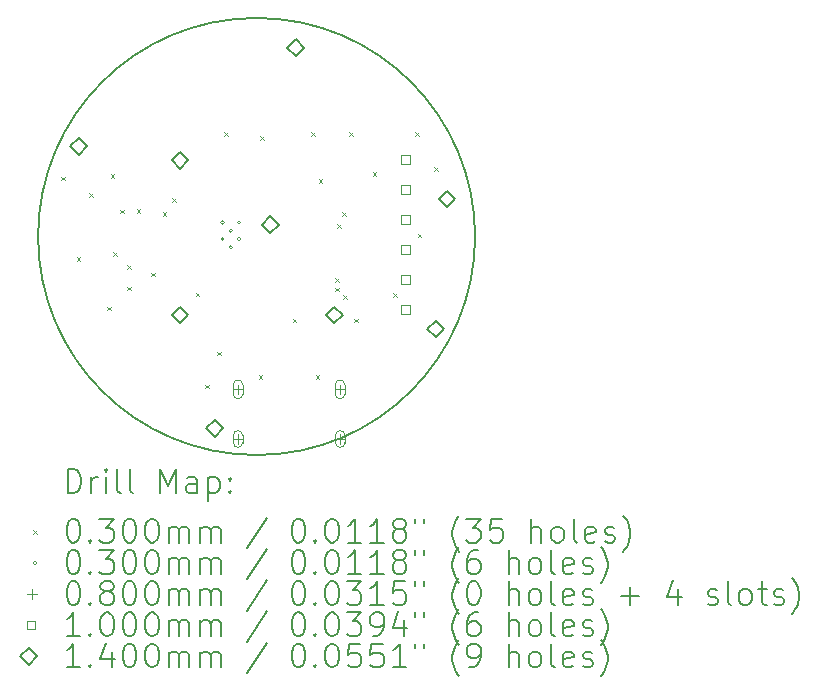
<source format=gbr>
%TF.GenerationSoftware,KiCad,Pcbnew,8.0.0*%
%TF.CreationDate,2024-03-22T20:52:55+01:00*%
%TF.ProjectId,rotatror,726f7461-7472-46f7-922e-6b696361645f,rev?*%
%TF.SameCoordinates,Original*%
%TF.FileFunction,Drillmap*%
%TF.FilePolarity,Positive*%
%FSLAX45Y45*%
G04 Gerber Fmt 4.5, Leading zero omitted, Abs format (unit mm)*
G04 Created by KiCad (PCBNEW 8.0.0) date 2024-03-22 20:52:55*
%MOMM*%
%LPD*%
G01*
G04 APERTURE LIST*
%ADD10C,0.200000*%
%ADD11C,0.100000*%
%ADD12C,0.140000*%
G04 APERTURE END LIST*
D10*
X13250000Y-7970000D02*
G75*
G02*
X9550000Y-7970000I-1850000J0D01*
G01*
X9550000Y-7970000D02*
G75*
G02*
X13250000Y-7970000I1850000J0D01*
G01*
D11*
X9745000Y-7465000D02*
X9775000Y-7495000D01*
X9775000Y-7465000D02*
X9745000Y-7495000D01*
X9877500Y-8145000D02*
X9907500Y-8175000D01*
X9907500Y-8145000D02*
X9877500Y-8175000D01*
X9985000Y-7605000D02*
X10015000Y-7635000D01*
X10015000Y-7605000D02*
X9985000Y-7635000D01*
X10133750Y-8565000D02*
X10163750Y-8595000D01*
X10163750Y-8565000D02*
X10133750Y-8595000D01*
X10165000Y-7445000D02*
X10195000Y-7475000D01*
X10195000Y-7445000D02*
X10165000Y-7475000D01*
X10185000Y-8105000D02*
X10215000Y-8135000D01*
X10215000Y-8105000D02*
X10185000Y-8135000D01*
X10245000Y-7745000D02*
X10275000Y-7775000D01*
X10275000Y-7745000D02*
X10245000Y-7775000D01*
X10305000Y-8213750D02*
X10335000Y-8243750D01*
X10335000Y-8213750D02*
X10305000Y-8243750D01*
X10305000Y-8396250D02*
X10335000Y-8426250D01*
X10335000Y-8396250D02*
X10305000Y-8426250D01*
X10385000Y-7739491D02*
X10415000Y-7769491D01*
X10415000Y-7739491D02*
X10385000Y-7769491D01*
X10510000Y-8277000D02*
X10540000Y-8307000D01*
X10540000Y-8277000D02*
X10510000Y-8307000D01*
X10605000Y-7765000D02*
X10635000Y-7795000D01*
X10635000Y-7765000D02*
X10605000Y-7795000D01*
X10685000Y-7645000D02*
X10715000Y-7675000D01*
X10715000Y-7645000D02*
X10685000Y-7675000D01*
X10885000Y-8445000D02*
X10915000Y-8475000D01*
X10915000Y-8445000D02*
X10885000Y-8475000D01*
X10965000Y-9225000D02*
X10995000Y-9255000D01*
X10995000Y-9225000D02*
X10965000Y-9255000D01*
X11065000Y-8945000D02*
X11095000Y-8975000D01*
X11095000Y-8945000D02*
X11065000Y-8975000D01*
X11125000Y-7085000D02*
X11155000Y-7115000D01*
X11155000Y-7085000D02*
X11125000Y-7115000D01*
X11420000Y-9142750D02*
X11450000Y-9172750D01*
X11450000Y-9142750D02*
X11420000Y-9172750D01*
X11430000Y-7120000D02*
X11460000Y-7150000D01*
X11460000Y-7120000D02*
X11430000Y-7150000D01*
X11705000Y-8665000D02*
X11735000Y-8695000D01*
X11735000Y-8665000D02*
X11705000Y-8695000D01*
X11865000Y-7085000D02*
X11895000Y-7115000D01*
X11895000Y-7085000D02*
X11865000Y-7115000D01*
X11900000Y-9142750D02*
X11930000Y-9172750D01*
X11930000Y-9142750D02*
X11900000Y-9172750D01*
X11925000Y-7485000D02*
X11955000Y-7515000D01*
X11955000Y-7485000D02*
X11925000Y-7515000D01*
X12065000Y-8325000D02*
X12095000Y-8355000D01*
X12095000Y-8325000D02*
X12065000Y-8355000D01*
X12065000Y-8405000D02*
X12095000Y-8435000D01*
X12095000Y-8405000D02*
X12065000Y-8435000D01*
X12085000Y-7865000D02*
X12115000Y-7895000D01*
X12115000Y-7865000D02*
X12085000Y-7895000D01*
X12125000Y-7765000D02*
X12155000Y-7795000D01*
X12155000Y-7765000D02*
X12125000Y-7795000D01*
X12132500Y-8467500D02*
X12162500Y-8497500D01*
X12162500Y-8467500D02*
X12132500Y-8497500D01*
X12185000Y-7085000D02*
X12215000Y-7115000D01*
X12215000Y-7085000D02*
X12185000Y-7115000D01*
X12225000Y-8665000D02*
X12255000Y-8695000D01*
X12255000Y-8665000D02*
X12225000Y-8695000D01*
X12385000Y-7425000D02*
X12415000Y-7455000D01*
X12415000Y-7425000D02*
X12385000Y-7455000D01*
X12557703Y-8449797D02*
X12587703Y-8479797D01*
X12587703Y-8449797D02*
X12557703Y-8479797D01*
X12745000Y-7085000D02*
X12775000Y-7115000D01*
X12775000Y-7085000D02*
X12745000Y-7115000D01*
X12765000Y-7945000D02*
X12795000Y-7975000D01*
X12795000Y-7945000D02*
X12765000Y-7975000D01*
X12905000Y-7385000D02*
X12935000Y-7415000D01*
X12935000Y-7385000D02*
X12905000Y-7415000D01*
X11125000Y-7851000D02*
G75*
G02*
X11095000Y-7851000I-15000J0D01*
G01*
X11095000Y-7851000D02*
G75*
G02*
X11125000Y-7851000I15000J0D01*
G01*
X11125000Y-7991000D02*
G75*
G02*
X11095000Y-7991000I-15000J0D01*
G01*
X11095000Y-7991000D02*
G75*
G02*
X11125000Y-7991000I15000J0D01*
G01*
X11195000Y-7921000D02*
G75*
G02*
X11165000Y-7921000I-15000J0D01*
G01*
X11165000Y-7921000D02*
G75*
G02*
X11195000Y-7921000I15000J0D01*
G01*
X11195000Y-8061000D02*
G75*
G02*
X11165000Y-8061000I-15000J0D01*
G01*
X11165000Y-8061000D02*
G75*
G02*
X11195000Y-8061000I15000J0D01*
G01*
X11265000Y-7851000D02*
G75*
G02*
X11235000Y-7851000I-15000J0D01*
G01*
X11235000Y-7851000D02*
G75*
G02*
X11265000Y-7851000I15000J0D01*
G01*
X11265000Y-7991000D02*
G75*
G02*
X11235000Y-7991000I-15000J0D01*
G01*
X11235000Y-7991000D02*
G75*
G02*
X11265000Y-7991000I15000J0D01*
G01*
X11242500Y-9224550D02*
X11242500Y-9304550D01*
X11202500Y-9264550D02*
X11282500Y-9264550D01*
X11202500Y-9224550D02*
X11202500Y-9304550D01*
X11282500Y-9304550D02*
G75*
G02*
X11202500Y-9304550I-40000J0D01*
G01*
X11282500Y-9304550D02*
X11282500Y-9224550D01*
X11282500Y-9224550D02*
G75*
G03*
X11202500Y-9224550I-40000J0D01*
G01*
X11242500Y-9644550D02*
X11242500Y-9724550D01*
X11202500Y-9684550D02*
X11282500Y-9684550D01*
X11202500Y-9654550D02*
X11202500Y-9714550D01*
X11282500Y-9714550D02*
G75*
G02*
X11202500Y-9714550I-40000J0D01*
G01*
X11282500Y-9714550D02*
X11282500Y-9654550D01*
X11282500Y-9654550D02*
G75*
G03*
X11202500Y-9654550I-40000J0D01*
G01*
X12107500Y-9224550D02*
X12107500Y-9304550D01*
X12067500Y-9264550D02*
X12147500Y-9264550D01*
X12067500Y-9224550D02*
X12067500Y-9304550D01*
X12147500Y-9304550D02*
G75*
G02*
X12067500Y-9304550I-40000J0D01*
G01*
X12147500Y-9304550D02*
X12147500Y-9224550D01*
X12147500Y-9224550D02*
G75*
G03*
X12067500Y-9224550I-40000J0D01*
G01*
X12107500Y-9644550D02*
X12107500Y-9724550D01*
X12067500Y-9684550D02*
X12147500Y-9684550D01*
X12067500Y-9654550D02*
X12067500Y-9714550D01*
X12147500Y-9714550D02*
G75*
G02*
X12067500Y-9714550I-40000J0D01*
G01*
X12147500Y-9714550D02*
X12147500Y-9654550D01*
X12147500Y-9654550D02*
G75*
G03*
X12067500Y-9654550I-40000J0D01*
G01*
X12695356Y-7353356D02*
X12695356Y-7282644D01*
X12624644Y-7282644D01*
X12624644Y-7353356D01*
X12695356Y-7353356D01*
X12695356Y-7607356D02*
X12695356Y-7536644D01*
X12624644Y-7536644D01*
X12624644Y-7607356D01*
X12695356Y-7607356D01*
X12695356Y-7861356D02*
X12695356Y-7790644D01*
X12624644Y-7790644D01*
X12624644Y-7861356D01*
X12695356Y-7861356D01*
X12695356Y-8115356D02*
X12695356Y-8044644D01*
X12624644Y-8044644D01*
X12624644Y-8115356D01*
X12695356Y-8115356D01*
X12695356Y-8369356D02*
X12695356Y-8298644D01*
X12624644Y-8298644D01*
X12624644Y-8369356D01*
X12695356Y-8369356D01*
X12695356Y-8623356D02*
X12695356Y-8552644D01*
X12624644Y-8552644D01*
X12624644Y-8623356D01*
X12695356Y-8623356D01*
D12*
X9893691Y-7276914D02*
X9963691Y-7206914D01*
X9893691Y-7136914D01*
X9823691Y-7206914D01*
X9893691Y-7276914D01*
X10750000Y-7395000D02*
X10820000Y-7325000D01*
X10750000Y-7255000D01*
X10680000Y-7325000D01*
X10750000Y-7395000D01*
X10750000Y-8704562D02*
X10820000Y-8634562D01*
X10750000Y-8564562D01*
X10680000Y-8634562D01*
X10750000Y-8704562D01*
X11044157Y-9664811D02*
X11114157Y-9594811D01*
X11044157Y-9524811D01*
X10974157Y-9594811D01*
X11044157Y-9664811D01*
X11515797Y-7938765D02*
X11585797Y-7868765D01*
X11515797Y-7798765D01*
X11445797Y-7868765D01*
X11515797Y-7938765D01*
X11730050Y-6441821D02*
X11800050Y-6371821D01*
X11730050Y-6301821D01*
X11660050Y-6371821D01*
X11730050Y-6441821D01*
X12059562Y-8704562D02*
X12129562Y-8634562D01*
X12059562Y-8564562D01*
X11989562Y-8634562D01*
X12059562Y-8704562D01*
X12915871Y-8822648D02*
X12985871Y-8752648D01*
X12915871Y-8682648D01*
X12845871Y-8752648D01*
X12915871Y-8822648D01*
X13012741Y-7724512D02*
X13082741Y-7654512D01*
X13012741Y-7584512D01*
X12942741Y-7654512D01*
X13012741Y-7724512D01*
D10*
X9800777Y-10141484D02*
X9800777Y-9941484D01*
X9800777Y-9941484D02*
X9848396Y-9941484D01*
X9848396Y-9941484D02*
X9876967Y-9951008D01*
X9876967Y-9951008D02*
X9896015Y-9970055D01*
X9896015Y-9970055D02*
X9905539Y-9989103D01*
X9905539Y-9989103D02*
X9915063Y-10027198D01*
X9915063Y-10027198D02*
X9915063Y-10055770D01*
X9915063Y-10055770D02*
X9905539Y-10093865D01*
X9905539Y-10093865D02*
X9896015Y-10112912D01*
X9896015Y-10112912D02*
X9876967Y-10131960D01*
X9876967Y-10131960D02*
X9848396Y-10141484D01*
X9848396Y-10141484D02*
X9800777Y-10141484D01*
X10000777Y-10141484D02*
X10000777Y-10008150D01*
X10000777Y-10046246D02*
X10010301Y-10027198D01*
X10010301Y-10027198D02*
X10019824Y-10017674D01*
X10019824Y-10017674D02*
X10038872Y-10008150D01*
X10038872Y-10008150D02*
X10057920Y-10008150D01*
X10124586Y-10141484D02*
X10124586Y-10008150D01*
X10124586Y-9941484D02*
X10115063Y-9951008D01*
X10115063Y-9951008D02*
X10124586Y-9960531D01*
X10124586Y-9960531D02*
X10134110Y-9951008D01*
X10134110Y-9951008D02*
X10124586Y-9941484D01*
X10124586Y-9941484D02*
X10124586Y-9960531D01*
X10248396Y-10141484D02*
X10229348Y-10131960D01*
X10229348Y-10131960D02*
X10219824Y-10112912D01*
X10219824Y-10112912D02*
X10219824Y-9941484D01*
X10353158Y-10141484D02*
X10334110Y-10131960D01*
X10334110Y-10131960D02*
X10324586Y-10112912D01*
X10324586Y-10112912D02*
X10324586Y-9941484D01*
X10581729Y-10141484D02*
X10581729Y-9941484D01*
X10581729Y-9941484D02*
X10648396Y-10084341D01*
X10648396Y-10084341D02*
X10715063Y-9941484D01*
X10715063Y-9941484D02*
X10715063Y-10141484D01*
X10896015Y-10141484D02*
X10896015Y-10036722D01*
X10896015Y-10036722D02*
X10886491Y-10017674D01*
X10886491Y-10017674D02*
X10867444Y-10008150D01*
X10867444Y-10008150D02*
X10829348Y-10008150D01*
X10829348Y-10008150D02*
X10810301Y-10017674D01*
X10896015Y-10131960D02*
X10876967Y-10141484D01*
X10876967Y-10141484D02*
X10829348Y-10141484D01*
X10829348Y-10141484D02*
X10810301Y-10131960D01*
X10810301Y-10131960D02*
X10800777Y-10112912D01*
X10800777Y-10112912D02*
X10800777Y-10093865D01*
X10800777Y-10093865D02*
X10810301Y-10074817D01*
X10810301Y-10074817D02*
X10829348Y-10065293D01*
X10829348Y-10065293D02*
X10876967Y-10065293D01*
X10876967Y-10065293D02*
X10896015Y-10055770D01*
X10991253Y-10008150D02*
X10991253Y-10208150D01*
X10991253Y-10017674D02*
X11010301Y-10008150D01*
X11010301Y-10008150D02*
X11048396Y-10008150D01*
X11048396Y-10008150D02*
X11067444Y-10017674D01*
X11067444Y-10017674D02*
X11076967Y-10027198D01*
X11076967Y-10027198D02*
X11086491Y-10046246D01*
X11086491Y-10046246D02*
X11086491Y-10103389D01*
X11086491Y-10103389D02*
X11076967Y-10122436D01*
X11076967Y-10122436D02*
X11067444Y-10131960D01*
X11067444Y-10131960D02*
X11048396Y-10141484D01*
X11048396Y-10141484D02*
X11010301Y-10141484D01*
X11010301Y-10141484D02*
X10991253Y-10131960D01*
X11172205Y-10122436D02*
X11181729Y-10131960D01*
X11181729Y-10131960D02*
X11172205Y-10141484D01*
X11172205Y-10141484D02*
X11162682Y-10131960D01*
X11162682Y-10131960D02*
X11172205Y-10122436D01*
X11172205Y-10122436D02*
X11172205Y-10141484D01*
X11172205Y-10017674D02*
X11181729Y-10027198D01*
X11181729Y-10027198D02*
X11172205Y-10036722D01*
X11172205Y-10036722D02*
X11162682Y-10027198D01*
X11162682Y-10027198D02*
X11172205Y-10017674D01*
X11172205Y-10017674D02*
X11172205Y-10036722D01*
D11*
X9510000Y-10455000D02*
X9540000Y-10485000D01*
X9540000Y-10455000D02*
X9510000Y-10485000D01*
D10*
X9838872Y-10361484D02*
X9857920Y-10361484D01*
X9857920Y-10361484D02*
X9876967Y-10371008D01*
X9876967Y-10371008D02*
X9886491Y-10380531D01*
X9886491Y-10380531D02*
X9896015Y-10399579D01*
X9896015Y-10399579D02*
X9905539Y-10437674D01*
X9905539Y-10437674D02*
X9905539Y-10485293D01*
X9905539Y-10485293D02*
X9896015Y-10523389D01*
X9896015Y-10523389D02*
X9886491Y-10542436D01*
X9886491Y-10542436D02*
X9876967Y-10551960D01*
X9876967Y-10551960D02*
X9857920Y-10561484D01*
X9857920Y-10561484D02*
X9838872Y-10561484D01*
X9838872Y-10561484D02*
X9819824Y-10551960D01*
X9819824Y-10551960D02*
X9810301Y-10542436D01*
X9810301Y-10542436D02*
X9800777Y-10523389D01*
X9800777Y-10523389D02*
X9791253Y-10485293D01*
X9791253Y-10485293D02*
X9791253Y-10437674D01*
X9791253Y-10437674D02*
X9800777Y-10399579D01*
X9800777Y-10399579D02*
X9810301Y-10380531D01*
X9810301Y-10380531D02*
X9819824Y-10371008D01*
X9819824Y-10371008D02*
X9838872Y-10361484D01*
X9991253Y-10542436D02*
X10000777Y-10551960D01*
X10000777Y-10551960D02*
X9991253Y-10561484D01*
X9991253Y-10561484D02*
X9981729Y-10551960D01*
X9981729Y-10551960D02*
X9991253Y-10542436D01*
X9991253Y-10542436D02*
X9991253Y-10561484D01*
X10067444Y-10361484D02*
X10191253Y-10361484D01*
X10191253Y-10361484D02*
X10124586Y-10437674D01*
X10124586Y-10437674D02*
X10153158Y-10437674D01*
X10153158Y-10437674D02*
X10172205Y-10447198D01*
X10172205Y-10447198D02*
X10181729Y-10456722D01*
X10181729Y-10456722D02*
X10191253Y-10475770D01*
X10191253Y-10475770D02*
X10191253Y-10523389D01*
X10191253Y-10523389D02*
X10181729Y-10542436D01*
X10181729Y-10542436D02*
X10172205Y-10551960D01*
X10172205Y-10551960D02*
X10153158Y-10561484D01*
X10153158Y-10561484D02*
X10096015Y-10561484D01*
X10096015Y-10561484D02*
X10076967Y-10551960D01*
X10076967Y-10551960D02*
X10067444Y-10542436D01*
X10315063Y-10361484D02*
X10334110Y-10361484D01*
X10334110Y-10361484D02*
X10353158Y-10371008D01*
X10353158Y-10371008D02*
X10362682Y-10380531D01*
X10362682Y-10380531D02*
X10372205Y-10399579D01*
X10372205Y-10399579D02*
X10381729Y-10437674D01*
X10381729Y-10437674D02*
X10381729Y-10485293D01*
X10381729Y-10485293D02*
X10372205Y-10523389D01*
X10372205Y-10523389D02*
X10362682Y-10542436D01*
X10362682Y-10542436D02*
X10353158Y-10551960D01*
X10353158Y-10551960D02*
X10334110Y-10561484D01*
X10334110Y-10561484D02*
X10315063Y-10561484D01*
X10315063Y-10561484D02*
X10296015Y-10551960D01*
X10296015Y-10551960D02*
X10286491Y-10542436D01*
X10286491Y-10542436D02*
X10276967Y-10523389D01*
X10276967Y-10523389D02*
X10267444Y-10485293D01*
X10267444Y-10485293D02*
X10267444Y-10437674D01*
X10267444Y-10437674D02*
X10276967Y-10399579D01*
X10276967Y-10399579D02*
X10286491Y-10380531D01*
X10286491Y-10380531D02*
X10296015Y-10371008D01*
X10296015Y-10371008D02*
X10315063Y-10361484D01*
X10505539Y-10361484D02*
X10524586Y-10361484D01*
X10524586Y-10361484D02*
X10543634Y-10371008D01*
X10543634Y-10371008D02*
X10553158Y-10380531D01*
X10553158Y-10380531D02*
X10562682Y-10399579D01*
X10562682Y-10399579D02*
X10572205Y-10437674D01*
X10572205Y-10437674D02*
X10572205Y-10485293D01*
X10572205Y-10485293D02*
X10562682Y-10523389D01*
X10562682Y-10523389D02*
X10553158Y-10542436D01*
X10553158Y-10542436D02*
X10543634Y-10551960D01*
X10543634Y-10551960D02*
X10524586Y-10561484D01*
X10524586Y-10561484D02*
X10505539Y-10561484D01*
X10505539Y-10561484D02*
X10486491Y-10551960D01*
X10486491Y-10551960D02*
X10476967Y-10542436D01*
X10476967Y-10542436D02*
X10467444Y-10523389D01*
X10467444Y-10523389D02*
X10457920Y-10485293D01*
X10457920Y-10485293D02*
X10457920Y-10437674D01*
X10457920Y-10437674D02*
X10467444Y-10399579D01*
X10467444Y-10399579D02*
X10476967Y-10380531D01*
X10476967Y-10380531D02*
X10486491Y-10371008D01*
X10486491Y-10371008D02*
X10505539Y-10361484D01*
X10657920Y-10561484D02*
X10657920Y-10428150D01*
X10657920Y-10447198D02*
X10667444Y-10437674D01*
X10667444Y-10437674D02*
X10686491Y-10428150D01*
X10686491Y-10428150D02*
X10715063Y-10428150D01*
X10715063Y-10428150D02*
X10734110Y-10437674D01*
X10734110Y-10437674D02*
X10743634Y-10456722D01*
X10743634Y-10456722D02*
X10743634Y-10561484D01*
X10743634Y-10456722D02*
X10753158Y-10437674D01*
X10753158Y-10437674D02*
X10772205Y-10428150D01*
X10772205Y-10428150D02*
X10800777Y-10428150D01*
X10800777Y-10428150D02*
X10819825Y-10437674D01*
X10819825Y-10437674D02*
X10829348Y-10456722D01*
X10829348Y-10456722D02*
X10829348Y-10561484D01*
X10924586Y-10561484D02*
X10924586Y-10428150D01*
X10924586Y-10447198D02*
X10934110Y-10437674D01*
X10934110Y-10437674D02*
X10953158Y-10428150D01*
X10953158Y-10428150D02*
X10981729Y-10428150D01*
X10981729Y-10428150D02*
X11000777Y-10437674D01*
X11000777Y-10437674D02*
X11010301Y-10456722D01*
X11010301Y-10456722D02*
X11010301Y-10561484D01*
X11010301Y-10456722D02*
X11019825Y-10437674D01*
X11019825Y-10437674D02*
X11038872Y-10428150D01*
X11038872Y-10428150D02*
X11067444Y-10428150D01*
X11067444Y-10428150D02*
X11086491Y-10437674D01*
X11086491Y-10437674D02*
X11096015Y-10456722D01*
X11096015Y-10456722D02*
X11096015Y-10561484D01*
X11486491Y-10351960D02*
X11315063Y-10609103D01*
X11743634Y-10361484D02*
X11762682Y-10361484D01*
X11762682Y-10361484D02*
X11781729Y-10371008D01*
X11781729Y-10371008D02*
X11791253Y-10380531D01*
X11791253Y-10380531D02*
X11800777Y-10399579D01*
X11800777Y-10399579D02*
X11810301Y-10437674D01*
X11810301Y-10437674D02*
X11810301Y-10485293D01*
X11810301Y-10485293D02*
X11800777Y-10523389D01*
X11800777Y-10523389D02*
X11791253Y-10542436D01*
X11791253Y-10542436D02*
X11781729Y-10551960D01*
X11781729Y-10551960D02*
X11762682Y-10561484D01*
X11762682Y-10561484D02*
X11743634Y-10561484D01*
X11743634Y-10561484D02*
X11724586Y-10551960D01*
X11724586Y-10551960D02*
X11715063Y-10542436D01*
X11715063Y-10542436D02*
X11705539Y-10523389D01*
X11705539Y-10523389D02*
X11696015Y-10485293D01*
X11696015Y-10485293D02*
X11696015Y-10437674D01*
X11696015Y-10437674D02*
X11705539Y-10399579D01*
X11705539Y-10399579D02*
X11715063Y-10380531D01*
X11715063Y-10380531D02*
X11724586Y-10371008D01*
X11724586Y-10371008D02*
X11743634Y-10361484D01*
X11896015Y-10542436D02*
X11905539Y-10551960D01*
X11905539Y-10551960D02*
X11896015Y-10561484D01*
X11896015Y-10561484D02*
X11886491Y-10551960D01*
X11886491Y-10551960D02*
X11896015Y-10542436D01*
X11896015Y-10542436D02*
X11896015Y-10561484D01*
X12029348Y-10361484D02*
X12048396Y-10361484D01*
X12048396Y-10361484D02*
X12067444Y-10371008D01*
X12067444Y-10371008D02*
X12076967Y-10380531D01*
X12076967Y-10380531D02*
X12086491Y-10399579D01*
X12086491Y-10399579D02*
X12096015Y-10437674D01*
X12096015Y-10437674D02*
X12096015Y-10485293D01*
X12096015Y-10485293D02*
X12086491Y-10523389D01*
X12086491Y-10523389D02*
X12076967Y-10542436D01*
X12076967Y-10542436D02*
X12067444Y-10551960D01*
X12067444Y-10551960D02*
X12048396Y-10561484D01*
X12048396Y-10561484D02*
X12029348Y-10561484D01*
X12029348Y-10561484D02*
X12010301Y-10551960D01*
X12010301Y-10551960D02*
X12000777Y-10542436D01*
X12000777Y-10542436D02*
X11991253Y-10523389D01*
X11991253Y-10523389D02*
X11981729Y-10485293D01*
X11981729Y-10485293D02*
X11981729Y-10437674D01*
X11981729Y-10437674D02*
X11991253Y-10399579D01*
X11991253Y-10399579D02*
X12000777Y-10380531D01*
X12000777Y-10380531D02*
X12010301Y-10371008D01*
X12010301Y-10371008D02*
X12029348Y-10361484D01*
X12286491Y-10561484D02*
X12172206Y-10561484D01*
X12229348Y-10561484D02*
X12229348Y-10361484D01*
X12229348Y-10361484D02*
X12210301Y-10390055D01*
X12210301Y-10390055D02*
X12191253Y-10409103D01*
X12191253Y-10409103D02*
X12172206Y-10418627D01*
X12476967Y-10561484D02*
X12362682Y-10561484D01*
X12419825Y-10561484D02*
X12419825Y-10361484D01*
X12419825Y-10361484D02*
X12400777Y-10390055D01*
X12400777Y-10390055D02*
X12381729Y-10409103D01*
X12381729Y-10409103D02*
X12362682Y-10418627D01*
X12591253Y-10447198D02*
X12572206Y-10437674D01*
X12572206Y-10437674D02*
X12562682Y-10428150D01*
X12562682Y-10428150D02*
X12553158Y-10409103D01*
X12553158Y-10409103D02*
X12553158Y-10399579D01*
X12553158Y-10399579D02*
X12562682Y-10380531D01*
X12562682Y-10380531D02*
X12572206Y-10371008D01*
X12572206Y-10371008D02*
X12591253Y-10361484D01*
X12591253Y-10361484D02*
X12629348Y-10361484D01*
X12629348Y-10361484D02*
X12648396Y-10371008D01*
X12648396Y-10371008D02*
X12657920Y-10380531D01*
X12657920Y-10380531D02*
X12667444Y-10399579D01*
X12667444Y-10399579D02*
X12667444Y-10409103D01*
X12667444Y-10409103D02*
X12657920Y-10428150D01*
X12657920Y-10428150D02*
X12648396Y-10437674D01*
X12648396Y-10437674D02*
X12629348Y-10447198D01*
X12629348Y-10447198D02*
X12591253Y-10447198D01*
X12591253Y-10447198D02*
X12572206Y-10456722D01*
X12572206Y-10456722D02*
X12562682Y-10466246D01*
X12562682Y-10466246D02*
X12553158Y-10485293D01*
X12553158Y-10485293D02*
X12553158Y-10523389D01*
X12553158Y-10523389D02*
X12562682Y-10542436D01*
X12562682Y-10542436D02*
X12572206Y-10551960D01*
X12572206Y-10551960D02*
X12591253Y-10561484D01*
X12591253Y-10561484D02*
X12629348Y-10561484D01*
X12629348Y-10561484D02*
X12648396Y-10551960D01*
X12648396Y-10551960D02*
X12657920Y-10542436D01*
X12657920Y-10542436D02*
X12667444Y-10523389D01*
X12667444Y-10523389D02*
X12667444Y-10485293D01*
X12667444Y-10485293D02*
X12657920Y-10466246D01*
X12657920Y-10466246D02*
X12648396Y-10456722D01*
X12648396Y-10456722D02*
X12629348Y-10447198D01*
X12743634Y-10361484D02*
X12743634Y-10399579D01*
X12819825Y-10361484D02*
X12819825Y-10399579D01*
X13115063Y-10637674D02*
X13105539Y-10628150D01*
X13105539Y-10628150D02*
X13086491Y-10599579D01*
X13086491Y-10599579D02*
X13076968Y-10580531D01*
X13076968Y-10580531D02*
X13067444Y-10551960D01*
X13067444Y-10551960D02*
X13057920Y-10504341D01*
X13057920Y-10504341D02*
X13057920Y-10466246D01*
X13057920Y-10466246D02*
X13067444Y-10418627D01*
X13067444Y-10418627D02*
X13076968Y-10390055D01*
X13076968Y-10390055D02*
X13086491Y-10371008D01*
X13086491Y-10371008D02*
X13105539Y-10342436D01*
X13105539Y-10342436D02*
X13115063Y-10332912D01*
X13172206Y-10361484D02*
X13296015Y-10361484D01*
X13296015Y-10361484D02*
X13229348Y-10437674D01*
X13229348Y-10437674D02*
X13257920Y-10437674D01*
X13257920Y-10437674D02*
X13276968Y-10447198D01*
X13276968Y-10447198D02*
X13286491Y-10456722D01*
X13286491Y-10456722D02*
X13296015Y-10475770D01*
X13296015Y-10475770D02*
X13296015Y-10523389D01*
X13296015Y-10523389D02*
X13286491Y-10542436D01*
X13286491Y-10542436D02*
X13276968Y-10551960D01*
X13276968Y-10551960D02*
X13257920Y-10561484D01*
X13257920Y-10561484D02*
X13200777Y-10561484D01*
X13200777Y-10561484D02*
X13181729Y-10551960D01*
X13181729Y-10551960D02*
X13172206Y-10542436D01*
X13476968Y-10361484D02*
X13381729Y-10361484D01*
X13381729Y-10361484D02*
X13372206Y-10456722D01*
X13372206Y-10456722D02*
X13381729Y-10447198D01*
X13381729Y-10447198D02*
X13400777Y-10437674D01*
X13400777Y-10437674D02*
X13448396Y-10437674D01*
X13448396Y-10437674D02*
X13467444Y-10447198D01*
X13467444Y-10447198D02*
X13476968Y-10456722D01*
X13476968Y-10456722D02*
X13486491Y-10475770D01*
X13486491Y-10475770D02*
X13486491Y-10523389D01*
X13486491Y-10523389D02*
X13476968Y-10542436D01*
X13476968Y-10542436D02*
X13467444Y-10551960D01*
X13467444Y-10551960D02*
X13448396Y-10561484D01*
X13448396Y-10561484D02*
X13400777Y-10561484D01*
X13400777Y-10561484D02*
X13381729Y-10551960D01*
X13381729Y-10551960D02*
X13372206Y-10542436D01*
X13724587Y-10561484D02*
X13724587Y-10361484D01*
X13810301Y-10561484D02*
X13810301Y-10456722D01*
X13810301Y-10456722D02*
X13800777Y-10437674D01*
X13800777Y-10437674D02*
X13781730Y-10428150D01*
X13781730Y-10428150D02*
X13753158Y-10428150D01*
X13753158Y-10428150D02*
X13734110Y-10437674D01*
X13734110Y-10437674D02*
X13724587Y-10447198D01*
X13934110Y-10561484D02*
X13915063Y-10551960D01*
X13915063Y-10551960D02*
X13905539Y-10542436D01*
X13905539Y-10542436D02*
X13896015Y-10523389D01*
X13896015Y-10523389D02*
X13896015Y-10466246D01*
X13896015Y-10466246D02*
X13905539Y-10447198D01*
X13905539Y-10447198D02*
X13915063Y-10437674D01*
X13915063Y-10437674D02*
X13934110Y-10428150D01*
X13934110Y-10428150D02*
X13962682Y-10428150D01*
X13962682Y-10428150D02*
X13981730Y-10437674D01*
X13981730Y-10437674D02*
X13991253Y-10447198D01*
X13991253Y-10447198D02*
X14000777Y-10466246D01*
X14000777Y-10466246D02*
X14000777Y-10523389D01*
X14000777Y-10523389D02*
X13991253Y-10542436D01*
X13991253Y-10542436D02*
X13981730Y-10551960D01*
X13981730Y-10551960D02*
X13962682Y-10561484D01*
X13962682Y-10561484D02*
X13934110Y-10561484D01*
X14115063Y-10561484D02*
X14096015Y-10551960D01*
X14096015Y-10551960D02*
X14086491Y-10532912D01*
X14086491Y-10532912D02*
X14086491Y-10361484D01*
X14267444Y-10551960D02*
X14248396Y-10561484D01*
X14248396Y-10561484D02*
X14210301Y-10561484D01*
X14210301Y-10561484D02*
X14191253Y-10551960D01*
X14191253Y-10551960D02*
X14181730Y-10532912D01*
X14181730Y-10532912D02*
X14181730Y-10456722D01*
X14181730Y-10456722D02*
X14191253Y-10437674D01*
X14191253Y-10437674D02*
X14210301Y-10428150D01*
X14210301Y-10428150D02*
X14248396Y-10428150D01*
X14248396Y-10428150D02*
X14267444Y-10437674D01*
X14267444Y-10437674D02*
X14276968Y-10456722D01*
X14276968Y-10456722D02*
X14276968Y-10475770D01*
X14276968Y-10475770D02*
X14181730Y-10494817D01*
X14353158Y-10551960D02*
X14372206Y-10561484D01*
X14372206Y-10561484D02*
X14410301Y-10561484D01*
X14410301Y-10561484D02*
X14429349Y-10551960D01*
X14429349Y-10551960D02*
X14438872Y-10532912D01*
X14438872Y-10532912D02*
X14438872Y-10523389D01*
X14438872Y-10523389D02*
X14429349Y-10504341D01*
X14429349Y-10504341D02*
X14410301Y-10494817D01*
X14410301Y-10494817D02*
X14381730Y-10494817D01*
X14381730Y-10494817D02*
X14362682Y-10485293D01*
X14362682Y-10485293D02*
X14353158Y-10466246D01*
X14353158Y-10466246D02*
X14353158Y-10456722D01*
X14353158Y-10456722D02*
X14362682Y-10437674D01*
X14362682Y-10437674D02*
X14381730Y-10428150D01*
X14381730Y-10428150D02*
X14410301Y-10428150D01*
X14410301Y-10428150D02*
X14429349Y-10437674D01*
X14505539Y-10637674D02*
X14515063Y-10628150D01*
X14515063Y-10628150D02*
X14534111Y-10599579D01*
X14534111Y-10599579D02*
X14543634Y-10580531D01*
X14543634Y-10580531D02*
X14553158Y-10551960D01*
X14553158Y-10551960D02*
X14562682Y-10504341D01*
X14562682Y-10504341D02*
X14562682Y-10466246D01*
X14562682Y-10466246D02*
X14553158Y-10418627D01*
X14553158Y-10418627D02*
X14543634Y-10390055D01*
X14543634Y-10390055D02*
X14534111Y-10371008D01*
X14534111Y-10371008D02*
X14515063Y-10342436D01*
X14515063Y-10342436D02*
X14505539Y-10332912D01*
D11*
X9540000Y-10734000D02*
G75*
G02*
X9510000Y-10734000I-15000J0D01*
G01*
X9510000Y-10734000D02*
G75*
G02*
X9540000Y-10734000I15000J0D01*
G01*
D10*
X9838872Y-10625484D02*
X9857920Y-10625484D01*
X9857920Y-10625484D02*
X9876967Y-10635008D01*
X9876967Y-10635008D02*
X9886491Y-10644531D01*
X9886491Y-10644531D02*
X9896015Y-10663579D01*
X9896015Y-10663579D02*
X9905539Y-10701674D01*
X9905539Y-10701674D02*
X9905539Y-10749293D01*
X9905539Y-10749293D02*
X9896015Y-10787389D01*
X9896015Y-10787389D02*
X9886491Y-10806436D01*
X9886491Y-10806436D02*
X9876967Y-10815960D01*
X9876967Y-10815960D02*
X9857920Y-10825484D01*
X9857920Y-10825484D02*
X9838872Y-10825484D01*
X9838872Y-10825484D02*
X9819824Y-10815960D01*
X9819824Y-10815960D02*
X9810301Y-10806436D01*
X9810301Y-10806436D02*
X9800777Y-10787389D01*
X9800777Y-10787389D02*
X9791253Y-10749293D01*
X9791253Y-10749293D02*
X9791253Y-10701674D01*
X9791253Y-10701674D02*
X9800777Y-10663579D01*
X9800777Y-10663579D02*
X9810301Y-10644531D01*
X9810301Y-10644531D02*
X9819824Y-10635008D01*
X9819824Y-10635008D02*
X9838872Y-10625484D01*
X9991253Y-10806436D02*
X10000777Y-10815960D01*
X10000777Y-10815960D02*
X9991253Y-10825484D01*
X9991253Y-10825484D02*
X9981729Y-10815960D01*
X9981729Y-10815960D02*
X9991253Y-10806436D01*
X9991253Y-10806436D02*
X9991253Y-10825484D01*
X10067444Y-10625484D02*
X10191253Y-10625484D01*
X10191253Y-10625484D02*
X10124586Y-10701674D01*
X10124586Y-10701674D02*
X10153158Y-10701674D01*
X10153158Y-10701674D02*
X10172205Y-10711198D01*
X10172205Y-10711198D02*
X10181729Y-10720722D01*
X10181729Y-10720722D02*
X10191253Y-10739770D01*
X10191253Y-10739770D02*
X10191253Y-10787389D01*
X10191253Y-10787389D02*
X10181729Y-10806436D01*
X10181729Y-10806436D02*
X10172205Y-10815960D01*
X10172205Y-10815960D02*
X10153158Y-10825484D01*
X10153158Y-10825484D02*
X10096015Y-10825484D01*
X10096015Y-10825484D02*
X10076967Y-10815960D01*
X10076967Y-10815960D02*
X10067444Y-10806436D01*
X10315063Y-10625484D02*
X10334110Y-10625484D01*
X10334110Y-10625484D02*
X10353158Y-10635008D01*
X10353158Y-10635008D02*
X10362682Y-10644531D01*
X10362682Y-10644531D02*
X10372205Y-10663579D01*
X10372205Y-10663579D02*
X10381729Y-10701674D01*
X10381729Y-10701674D02*
X10381729Y-10749293D01*
X10381729Y-10749293D02*
X10372205Y-10787389D01*
X10372205Y-10787389D02*
X10362682Y-10806436D01*
X10362682Y-10806436D02*
X10353158Y-10815960D01*
X10353158Y-10815960D02*
X10334110Y-10825484D01*
X10334110Y-10825484D02*
X10315063Y-10825484D01*
X10315063Y-10825484D02*
X10296015Y-10815960D01*
X10296015Y-10815960D02*
X10286491Y-10806436D01*
X10286491Y-10806436D02*
X10276967Y-10787389D01*
X10276967Y-10787389D02*
X10267444Y-10749293D01*
X10267444Y-10749293D02*
X10267444Y-10701674D01*
X10267444Y-10701674D02*
X10276967Y-10663579D01*
X10276967Y-10663579D02*
X10286491Y-10644531D01*
X10286491Y-10644531D02*
X10296015Y-10635008D01*
X10296015Y-10635008D02*
X10315063Y-10625484D01*
X10505539Y-10625484D02*
X10524586Y-10625484D01*
X10524586Y-10625484D02*
X10543634Y-10635008D01*
X10543634Y-10635008D02*
X10553158Y-10644531D01*
X10553158Y-10644531D02*
X10562682Y-10663579D01*
X10562682Y-10663579D02*
X10572205Y-10701674D01*
X10572205Y-10701674D02*
X10572205Y-10749293D01*
X10572205Y-10749293D02*
X10562682Y-10787389D01*
X10562682Y-10787389D02*
X10553158Y-10806436D01*
X10553158Y-10806436D02*
X10543634Y-10815960D01*
X10543634Y-10815960D02*
X10524586Y-10825484D01*
X10524586Y-10825484D02*
X10505539Y-10825484D01*
X10505539Y-10825484D02*
X10486491Y-10815960D01*
X10486491Y-10815960D02*
X10476967Y-10806436D01*
X10476967Y-10806436D02*
X10467444Y-10787389D01*
X10467444Y-10787389D02*
X10457920Y-10749293D01*
X10457920Y-10749293D02*
X10457920Y-10701674D01*
X10457920Y-10701674D02*
X10467444Y-10663579D01*
X10467444Y-10663579D02*
X10476967Y-10644531D01*
X10476967Y-10644531D02*
X10486491Y-10635008D01*
X10486491Y-10635008D02*
X10505539Y-10625484D01*
X10657920Y-10825484D02*
X10657920Y-10692150D01*
X10657920Y-10711198D02*
X10667444Y-10701674D01*
X10667444Y-10701674D02*
X10686491Y-10692150D01*
X10686491Y-10692150D02*
X10715063Y-10692150D01*
X10715063Y-10692150D02*
X10734110Y-10701674D01*
X10734110Y-10701674D02*
X10743634Y-10720722D01*
X10743634Y-10720722D02*
X10743634Y-10825484D01*
X10743634Y-10720722D02*
X10753158Y-10701674D01*
X10753158Y-10701674D02*
X10772205Y-10692150D01*
X10772205Y-10692150D02*
X10800777Y-10692150D01*
X10800777Y-10692150D02*
X10819825Y-10701674D01*
X10819825Y-10701674D02*
X10829348Y-10720722D01*
X10829348Y-10720722D02*
X10829348Y-10825484D01*
X10924586Y-10825484D02*
X10924586Y-10692150D01*
X10924586Y-10711198D02*
X10934110Y-10701674D01*
X10934110Y-10701674D02*
X10953158Y-10692150D01*
X10953158Y-10692150D02*
X10981729Y-10692150D01*
X10981729Y-10692150D02*
X11000777Y-10701674D01*
X11000777Y-10701674D02*
X11010301Y-10720722D01*
X11010301Y-10720722D02*
X11010301Y-10825484D01*
X11010301Y-10720722D02*
X11019825Y-10701674D01*
X11019825Y-10701674D02*
X11038872Y-10692150D01*
X11038872Y-10692150D02*
X11067444Y-10692150D01*
X11067444Y-10692150D02*
X11086491Y-10701674D01*
X11086491Y-10701674D02*
X11096015Y-10720722D01*
X11096015Y-10720722D02*
X11096015Y-10825484D01*
X11486491Y-10615960D02*
X11315063Y-10873103D01*
X11743634Y-10625484D02*
X11762682Y-10625484D01*
X11762682Y-10625484D02*
X11781729Y-10635008D01*
X11781729Y-10635008D02*
X11791253Y-10644531D01*
X11791253Y-10644531D02*
X11800777Y-10663579D01*
X11800777Y-10663579D02*
X11810301Y-10701674D01*
X11810301Y-10701674D02*
X11810301Y-10749293D01*
X11810301Y-10749293D02*
X11800777Y-10787389D01*
X11800777Y-10787389D02*
X11791253Y-10806436D01*
X11791253Y-10806436D02*
X11781729Y-10815960D01*
X11781729Y-10815960D02*
X11762682Y-10825484D01*
X11762682Y-10825484D02*
X11743634Y-10825484D01*
X11743634Y-10825484D02*
X11724586Y-10815960D01*
X11724586Y-10815960D02*
X11715063Y-10806436D01*
X11715063Y-10806436D02*
X11705539Y-10787389D01*
X11705539Y-10787389D02*
X11696015Y-10749293D01*
X11696015Y-10749293D02*
X11696015Y-10701674D01*
X11696015Y-10701674D02*
X11705539Y-10663579D01*
X11705539Y-10663579D02*
X11715063Y-10644531D01*
X11715063Y-10644531D02*
X11724586Y-10635008D01*
X11724586Y-10635008D02*
X11743634Y-10625484D01*
X11896015Y-10806436D02*
X11905539Y-10815960D01*
X11905539Y-10815960D02*
X11896015Y-10825484D01*
X11896015Y-10825484D02*
X11886491Y-10815960D01*
X11886491Y-10815960D02*
X11896015Y-10806436D01*
X11896015Y-10806436D02*
X11896015Y-10825484D01*
X12029348Y-10625484D02*
X12048396Y-10625484D01*
X12048396Y-10625484D02*
X12067444Y-10635008D01*
X12067444Y-10635008D02*
X12076967Y-10644531D01*
X12076967Y-10644531D02*
X12086491Y-10663579D01*
X12086491Y-10663579D02*
X12096015Y-10701674D01*
X12096015Y-10701674D02*
X12096015Y-10749293D01*
X12096015Y-10749293D02*
X12086491Y-10787389D01*
X12086491Y-10787389D02*
X12076967Y-10806436D01*
X12076967Y-10806436D02*
X12067444Y-10815960D01*
X12067444Y-10815960D02*
X12048396Y-10825484D01*
X12048396Y-10825484D02*
X12029348Y-10825484D01*
X12029348Y-10825484D02*
X12010301Y-10815960D01*
X12010301Y-10815960D02*
X12000777Y-10806436D01*
X12000777Y-10806436D02*
X11991253Y-10787389D01*
X11991253Y-10787389D02*
X11981729Y-10749293D01*
X11981729Y-10749293D02*
X11981729Y-10701674D01*
X11981729Y-10701674D02*
X11991253Y-10663579D01*
X11991253Y-10663579D02*
X12000777Y-10644531D01*
X12000777Y-10644531D02*
X12010301Y-10635008D01*
X12010301Y-10635008D02*
X12029348Y-10625484D01*
X12286491Y-10825484D02*
X12172206Y-10825484D01*
X12229348Y-10825484D02*
X12229348Y-10625484D01*
X12229348Y-10625484D02*
X12210301Y-10654055D01*
X12210301Y-10654055D02*
X12191253Y-10673103D01*
X12191253Y-10673103D02*
X12172206Y-10682627D01*
X12476967Y-10825484D02*
X12362682Y-10825484D01*
X12419825Y-10825484D02*
X12419825Y-10625484D01*
X12419825Y-10625484D02*
X12400777Y-10654055D01*
X12400777Y-10654055D02*
X12381729Y-10673103D01*
X12381729Y-10673103D02*
X12362682Y-10682627D01*
X12591253Y-10711198D02*
X12572206Y-10701674D01*
X12572206Y-10701674D02*
X12562682Y-10692150D01*
X12562682Y-10692150D02*
X12553158Y-10673103D01*
X12553158Y-10673103D02*
X12553158Y-10663579D01*
X12553158Y-10663579D02*
X12562682Y-10644531D01*
X12562682Y-10644531D02*
X12572206Y-10635008D01*
X12572206Y-10635008D02*
X12591253Y-10625484D01*
X12591253Y-10625484D02*
X12629348Y-10625484D01*
X12629348Y-10625484D02*
X12648396Y-10635008D01*
X12648396Y-10635008D02*
X12657920Y-10644531D01*
X12657920Y-10644531D02*
X12667444Y-10663579D01*
X12667444Y-10663579D02*
X12667444Y-10673103D01*
X12667444Y-10673103D02*
X12657920Y-10692150D01*
X12657920Y-10692150D02*
X12648396Y-10701674D01*
X12648396Y-10701674D02*
X12629348Y-10711198D01*
X12629348Y-10711198D02*
X12591253Y-10711198D01*
X12591253Y-10711198D02*
X12572206Y-10720722D01*
X12572206Y-10720722D02*
X12562682Y-10730246D01*
X12562682Y-10730246D02*
X12553158Y-10749293D01*
X12553158Y-10749293D02*
X12553158Y-10787389D01*
X12553158Y-10787389D02*
X12562682Y-10806436D01*
X12562682Y-10806436D02*
X12572206Y-10815960D01*
X12572206Y-10815960D02*
X12591253Y-10825484D01*
X12591253Y-10825484D02*
X12629348Y-10825484D01*
X12629348Y-10825484D02*
X12648396Y-10815960D01*
X12648396Y-10815960D02*
X12657920Y-10806436D01*
X12657920Y-10806436D02*
X12667444Y-10787389D01*
X12667444Y-10787389D02*
X12667444Y-10749293D01*
X12667444Y-10749293D02*
X12657920Y-10730246D01*
X12657920Y-10730246D02*
X12648396Y-10720722D01*
X12648396Y-10720722D02*
X12629348Y-10711198D01*
X12743634Y-10625484D02*
X12743634Y-10663579D01*
X12819825Y-10625484D02*
X12819825Y-10663579D01*
X13115063Y-10901674D02*
X13105539Y-10892150D01*
X13105539Y-10892150D02*
X13086491Y-10863579D01*
X13086491Y-10863579D02*
X13076968Y-10844531D01*
X13076968Y-10844531D02*
X13067444Y-10815960D01*
X13067444Y-10815960D02*
X13057920Y-10768341D01*
X13057920Y-10768341D02*
X13057920Y-10730246D01*
X13057920Y-10730246D02*
X13067444Y-10682627D01*
X13067444Y-10682627D02*
X13076968Y-10654055D01*
X13076968Y-10654055D02*
X13086491Y-10635008D01*
X13086491Y-10635008D02*
X13105539Y-10606436D01*
X13105539Y-10606436D02*
X13115063Y-10596912D01*
X13276968Y-10625484D02*
X13238872Y-10625484D01*
X13238872Y-10625484D02*
X13219825Y-10635008D01*
X13219825Y-10635008D02*
X13210301Y-10644531D01*
X13210301Y-10644531D02*
X13191253Y-10673103D01*
X13191253Y-10673103D02*
X13181729Y-10711198D01*
X13181729Y-10711198D02*
X13181729Y-10787389D01*
X13181729Y-10787389D02*
X13191253Y-10806436D01*
X13191253Y-10806436D02*
X13200777Y-10815960D01*
X13200777Y-10815960D02*
X13219825Y-10825484D01*
X13219825Y-10825484D02*
X13257920Y-10825484D01*
X13257920Y-10825484D02*
X13276968Y-10815960D01*
X13276968Y-10815960D02*
X13286491Y-10806436D01*
X13286491Y-10806436D02*
X13296015Y-10787389D01*
X13296015Y-10787389D02*
X13296015Y-10739770D01*
X13296015Y-10739770D02*
X13286491Y-10720722D01*
X13286491Y-10720722D02*
X13276968Y-10711198D01*
X13276968Y-10711198D02*
X13257920Y-10701674D01*
X13257920Y-10701674D02*
X13219825Y-10701674D01*
X13219825Y-10701674D02*
X13200777Y-10711198D01*
X13200777Y-10711198D02*
X13191253Y-10720722D01*
X13191253Y-10720722D02*
X13181729Y-10739770D01*
X13534110Y-10825484D02*
X13534110Y-10625484D01*
X13619825Y-10825484D02*
X13619825Y-10720722D01*
X13619825Y-10720722D02*
X13610301Y-10701674D01*
X13610301Y-10701674D02*
X13591253Y-10692150D01*
X13591253Y-10692150D02*
X13562682Y-10692150D01*
X13562682Y-10692150D02*
X13543634Y-10701674D01*
X13543634Y-10701674D02*
X13534110Y-10711198D01*
X13743634Y-10825484D02*
X13724587Y-10815960D01*
X13724587Y-10815960D02*
X13715063Y-10806436D01*
X13715063Y-10806436D02*
X13705539Y-10787389D01*
X13705539Y-10787389D02*
X13705539Y-10730246D01*
X13705539Y-10730246D02*
X13715063Y-10711198D01*
X13715063Y-10711198D02*
X13724587Y-10701674D01*
X13724587Y-10701674D02*
X13743634Y-10692150D01*
X13743634Y-10692150D02*
X13772206Y-10692150D01*
X13772206Y-10692150D02*
X13791253Y-10701674D01*
X13791253Y-10701674D02*
X13800777Y-10711198D01*
X13800777Y-10711198D02*
X13810301Y-10730246D01*
X13810301Y-10730246D02*
X13810301Y-10787389D01*
X13810301Y-10787389D02*
X13800777Y-10806436D01*
X13800777Y-10806436D02*
X13791253Y-10815960D01*
X13791253Y-10815960D02*
X13772206Y-10825484D01*
X13772206Y-10825484D02*
X13743634Y-10825484D01*
X13924587Y-10825484D02*
X13905539Y-10815960D01*
X13905539Y-10815960D02*
X13896015Y-10796912D01*
X13896015Y-10796912D02*
X13896015Y-10625484D01*
X14076968Y-10815960D02*
X14057920Y-10825484D01*
X14057920Y-10825484D02*
X14019825Y-10825484D01*
X14019825Y-10825484D02*
X14000777Y-10815960D01*
X14000777Y-10815960D02*
X13991253Y-10796912D01*
X13991253Y-10796912D02*
X13991253Y-10720722D01*
X13991253Y-10720722D02*
X14000777Y-10701674D01*
X14000777Y-10701674D02*
X14019825Y-10692150D01*
X14019825Y-10692150D02*
X14057920Y-10692150D01*
X14057920Y-10692150D02*
X14076968Y-10701674D01*
X14076968Y-10701674D02*
X14086491Y-10720722D01*
X14086491Y-10720722D02*
X14086491Y-10739770D01*
X14086491Y-10739770D02*
X13991253Y-10758817D01*
X14162682Y-10815960D02*
X14181730Y-10825484D01*
X14181730Y-10825484D02*
X14219825Y-10825484D01*
X14219825Y-10825484D02*
X14238872Y-10815960D01*
X14238872Y-10815960D02*
X14248396Y-10796912D01*
X14248396Y-10796912D02*
X14248396Y-10787389D01*
X14248396Y-10787389D02*
X14238872Y-10768341D01*
X14238872Y-10768341D02*
X14219825Y-10758817D01*
X14219825Y-10758817D02*
X14191253Y-10758817D01*
X14191253Y-10758817D02*
X14172206Y-10749293D01*
X14172206Y-10749293D02*
X14162682Y-10730246D01*
X14162682Y-10730246D02*
X14162682Y-10720722D01*
X14162682Y-10720722D02*
X14172206Y-10701674D01*
X14172206Y-10701674D02*
X14191253Y-10692150D01*
X14191253Y-10692150D02*
X14219825Y-10692150D01*
X14219825Y-10692150D02*
X14238872Y-10701674D01*
X14315063Y-10901674D02*
X14324587Y-10892150D01*
X14324587Y-10892150D02*
X14343634Y-10863579D01*
X14343634Y-10863579D02*
X14353158Y-10844531D01*
X14353158Y-10844531D02*
X14362682Y-10815960D01*
X14362682Y-10815960D02*
X14372206Y-10768341D01*
X14372206Y-10768341D02*
X14372206Y-10730246D01*
X14372206Y-10730246D02*
X14362682Y-10682627D01*
X14362682Y-10682627D02*
X14353158Y-10654055D01*
X14353158Y-10654055D02*
X14343634Y-10635008D01*
X14343634Y-10635008D02*
X14324587Y-10606436D01*
X14324587Y-10606436D02*
X14315063Y-10596912D01*
D11*
X9500000Y-10958000D02*
X9500000Y-11038000D01*
X9460000Y-10998000D02*
X9540000Y-10998000D01*
D10*
X9838872Y-10889484D02*
X9857920Y-10889484D01*
X9857920Y-10889484D02*
X9876967Y-10899008D01*
X9876967Y-10899008D02*
X9886491Y-10908531D01*
X9886491Y-10908531D02*
X9896015Y-10927579D01*
X9896015Y-10927579D02*
X9905539Y-10965674D01*
X9905539Y-10965674D02*
X9905539Y-11013293D01*
X9905539Y-11013293D02*
X9896015Y-11051389D01*
X9896015Y-11051389D02*
X9886491Y-11070436D01*
X9886491Y-11070436D02*
X9876967Y-11079960D01*
X9876967Y-11079960D02*
X9857920Y-11089484D01*
X9857920Y-11089484D02*
X9838872Y-11089484D01*
X9838872Y-11089484D02*
X9819824Y-11079960D01*
X9819824Y-11079960D02*
X9810301Y-11070436D01*
X9810301Y-11070436D02*
X9800777Y-11051389D01*
X9800777Y-11051389D02*
X9791253Y-11013293D01*
X9791253Y-11013293D02*
X9791253Y-10965674D01*
X9791253Y-10965674D02*
X9800777Y-10927579D01*
X9800777Y-10927579D02*
X9810301Y-10908531D01*
X9810301Y-10908531D02*
X9819824Y-10899008D01*
X9819824Y-10899008D02*
X9838872Y-10889484D01*
X9991253Y-11070436D02*
X10000777Y-11079960D01*
X10000777Y-11079960D02*
X9991253Y-11089484D01*
X9991253Y-11089484D02*
X9981729Y-11079960D01*
X9981729Y-11079960D02*
X9991253Y-11070436D01*
X9991253Y-11070436D02*
X9991253Y-11089484D01*
X10115063Y-10975198D02*
X10096015Y-10965674D01*
X10096015Y-10965674D02*
X10086491Y-10956150D01*
X10086491Y-10956150D02*
X10076967Y-10937103D01*
X10076967Y-10937103D02*
X10076967Y-10927579D01*
X10076967Y-10927579D02*
X10086491Y-10908531D01*
X10086491Y-10908531D02*
X10096015Y-10899008D01*
X10096015Y-10899008D02*
X10115063Y-10889484D01*
X10115063Y-10889484D02*
X10153158Y-10889484D01*
X10153158Y-10889484D02*
X10172205Y-10899008D01*
X10172205Y-10899008D02*
X10181729Y-10908531D01*
X10181729Y-10908531D02*
X10191253Y-10927579D01*
X10191253Y-10927579D02*
X10191253Y-10937103D01*
X10191253Y-10937103D02*
X10181729Y-10956150D01*
X10181729Y-10956150D02*
X10172205Y-10965674D01*
X10172205Y-10965674D02*
X10153158Y-10975198D01*
X10153158Y-10975198D02*
X10115063Y-10975198D01*
X10115063Y-10975198D02*
X10096015Y-10984722D01*
X10096015Y-10984722D02*
X10086491Y-10994246D01*
X10086491Y-10994246D02*
X10076967Y-11013293D01*
X10076967Y-11013293D02*
X10076967Y-11051389D01*
X10076967Y-11051389D02*
X10086491Y-11070436D01*
X10086491Y-11070436D02*
X10096015Y-11079960D01*
X10096015Y-11079960D02*
X10115063Y-11089484D01*
X10115063Y-11089484D02*
X10153158Y-11089484D01*
X10153158Y-11089484D02*
X10172205Y-11079960D01*
X10172205Y-11079960D02*
X10181729Y-11070436D01*
X10181729Y-11070436D02*
X10191253Y-11051389D01*
X10191253Y-11051389D02*
X10191253Y-11013293D01*
X10191253Y-11013293D02*
X10181729Y-10994246D01*
X10181729Y-10994246D02*
X10172205Y-10984722D01*
X10172205Y-10984722D02*
X10153158Y-10975198D01*
X10315063Y-10889484D02*
X10334110Y-10889484D01*
X10334110Y-10889484D02*
X10353158Y-10899008D01*
X10353158Y-10899008D02*
X10362682Y-10908531D01*
X10362682Y-10908531D02*
X10372205Y-10927579D01*
X10372205Y-10927579D02*
X10381729Y-10965674D01*
X10381729Y-10965674D02*
X10381729Y-11013293D01*
X10381729Y-11013293D02*
X10372205Y-11051389D01*
X10372205Y-11051389D02*
X10362682Y-11070436D01*
X10362682Y-11070436D02*
X10353158Y-11079960D01*
X10353158Y-11079960D02*
X10334110Y-11089484D01*
X10334110Y-11089484D02*
X10315063Y-11089484D01*
X10315063Y-11089484D02*
X10296015Y-11079960D01*
X10296015Y-11079960D02*
X10286491Y-11070436D01*
X10286491Y-11070436D02*
X10276967Y-11051389D01*
X10276967Y-11051389D02*
X10267444Y-11013293D01*
X10267444Y-11013293D02*
X10267444Y-10965674D01*
X10267444Y-10965674D02*
X10276967Y-10927579D01*
X10276967Y-10927579D02*
X10286491Y-10908531D01*
X10286491Y-10908531D02*
X10296015Y-10899008D01*
X10296015Y-10899008D02*
X10315063Y-10889484D01*
X10505539Y-10889484D02*
X10524586Y-10889484D01*
X10524586Y-10889484D02*
X10543634Y-10899008D01*
X10543634Y-10899008D02*
X10553158Y-10908531D01*
X10553158Y-10908531D02*
X10562682Y-10927579D01*
X10562682Y-10927579D02*
X10572205Y-10965674D01*
X10572205Y-10965674D02*
X10572205Y-11013293D01*
X10572205Y-11013293D02*
X10562682Y-11051389D01*
X10562682Y-11051389D02*
X10553158Y-11070436D01*
X10553158Y-11070436D02*
X10543634Y-11079960D01*
X10543634Y-11079960D02*
X10524586Y-11089484D01*
X10524586Y-11089484D02*
X10505539Y-11089484D01*
X10505539Y-11089484D02*
X10486491Y-11079960D01*
X10486491Y-11079960D02*
X10476967Y-11070436D01*
X10476967Y-11070436D02*
X10467444Y-11051389D01*
X10467444Y-11051389D02*
X10457920Y-11013293D01*
X10457920Y-11013293D02*
X10457920Y-10965674D01*
X10457920Y-10965674D02*
X10467444Y-10927579D01*
X10467444Y-10927579D02*
X10476967Y-10908531D01*
X10476967Y-10908531D02*
X10486491Y-10899008D01*
X10486491Y-10899008D02*
X10505539Y-10889484D01*
X10657920Y-11089484D02*
X10657920Y-10956150D01*
X10657920Y-10975198D02*
X10667444Y-10965674D01*
X10667444Y-10965674D02*
X10686491Y-10956150D01*
X10686491Y-10956150D02*
X10715063Y-10956150D01*
X10715063Y-10956150D02*
X10734110Y-10965674D01*
X10734110Y-10965674D02*
X10743634Y-10984722D01*
X10743634Y-10984722D02*
X10743634Y-11089484D01*
X10743634Y-10984722D02*
X10753158Y-10965674D01*
X10753158Y-10965674D02*
X10772205Y-10956150D01*
X10772205Y-10956150D02*
X10800777Y-10956150D01*
X10800777Y-10956150D02*
X10819825Y-10965674D01*
X10819825Y-10965674D02*
X10829348Y-10984722D01*
X10829348Y-10984722D02*
X10829348Y-11089484D01*
X10924586Y-11089484D02*
X10924586Y-10956150D01*
X10924586Y-10975198D02*
X10934110Y-10965674D01*
X10934110Y-10965674D02*
X10953158Y-10956150D01*
X10953158Y-10956150D02*
X10981729Y-10956150D01*
X10981729Y-10956150D02*
X11000777Y-10965674D01*
X11000777Y-10965674D02*
X11010301Y-10984722D01*
X11010301Y-10984722D02*
X11010301Y-11089484D01*
X11010301Y-10984722D02*
X11019825Y-10965674D01*
X11019825Y-10965674D02*
X11038872Y-10956150D01*
X11038872Y-10956150D02*
X11067444Y-10956150D01*
X11067444Y-10956150D02*
X11086491Y-10965674D01*
X11086491Y-10965674D02*
X11096015Y-10984722D01*
X11096015Y-10984722D02*
X11096015Y-11089484D01*
X11486491Y-10879960D02*
X11315063Y-11137103D01*
X11743634Y-10889484D02*
X11762682Y-10889484D01*
X11762682Y-10889484D02*
X11781729Y-10899008D01*
X11781729Y-10899008D02*
X11791253Y-10908531D01*
X11791253Y-10908531D02*
X11800777Y-10927579D01*
X11800777Y-10927579D02*
X11810301Y-10965674D01*
X11810301Y-10965674D02*
X11810301Y-11013293D01*
X11810301Y-11013293D02*
X11800777Y-11051389D01*
X11800777Y-11051389D02*
X11791253Y-11070436D01*
X11791253Y-11070436D02*
X11781729Y-11079960D01*
X11781729Y-11079960D02*
X11762682Y-11089484D01*
X11762682Y-11089484D02*
X11743634Y-11089484D01*
X11743634Y-11089484D02*
X11724586Y-11079960D01*
X11724586Y-11079960D02*
X11715063Y-11070436D01*
X11715063Y-11070436D02*
X11705539Y-11051389D01*
X11705539Y-11051389D02*
X11696015Y-11013293D01*
X11696015Y-11013293D02*
X11696015Y-10965674D01*
X11696015Y-10965674D02*
X11705539Y-10927579D01*
X11705539Y-10927579D02*
X11715063Y-10908531D01*
X11715063Y-10908531D02*
X11724586Y-10899008D01*
X11724586Y-10899008D02*
X11743634Y-10889484D01*
X11896015Y-11070436D02*
X11905539Y-11079960D01*
X11905539Y-11079960D02*
X11896015Y-11089484D01*
X11896015Y-11089484D02*
X11886491Y-11079960D01*
X11886491Y-11079960D02*
X11896015Y-11070436D01*
X11896015Y-11070436D02*
X11896015Y-11089484D01*
X12029348Y-10889484D02*
X12048396Y-10889484D01*
X12048396Y-10889484D02*
X12067444Y-10899008D01*
X12067444Y-10899008D02*
X12076967Y-10908531D01*
X12076967Y-10908531D02*
X12086491Y-10927579D01*
X12086491Y-10927579D02*
X12096015Y-10965674D01*
X12096015Y-10965674D02*
X12096015Y-11013293D01*
X12096015Y-11013293D02*
X12086491Y-11051389D01*
X12086491Y-11051389D02*
X12076967Y-11070436D01*
X12076967Y-11070436D02*
X12067444Y-11079960D01*
X12067444Y-11079960D02*
X12048396Y-11089484D01*
X12048396Y-11089484D02*
X12029348Y-11089484D01*
X12029348Y-11089484D02*
X12010301Y-11079960D01*
X12010301Y-11079960D02*
X12000777Y-11070436D01*
X12000777Y-11070436D02*
X11991253Y-11051389D01*
X11991253Y-11051389D02*
X11981729Y-11013293D01*
X11981729Y-11013293D02*
X11981729Y-10965674D01*
X11981729Y-10965674D02*
X11991253Y-10927579D01*
X11991253Y-10927579D02*
X12000777Y-10908531D01*
X12000777Y-10908531D02*
X12010301Y-10899008D01*
X12010301Y-10899008D02*
X12029348Y-10889484D01*
X12162682Y-10889484D02*
X12286491Y-10889484D01*
X12286491Y-10889484D02*
X12219825Y-10965674D01*
X12219825Y-10965674D02*
X12248396Y-10965674D01*
X12248396Y-10965674D02*
X12267444Y-10975198D01*
X12267444Y-10975198D02*
X12276967Y-10984722D01*
X12276967Y-10984722D02*
X12286491Y-11003770D01*
X12286491Y-11003770D02*
X12286491Y-11051389D01*
X12286491Y-11051389D02*
X12276967Y-11070436D01*
X12276967Y-11070436D02*
X12267444Y-11079960D01*
X12267444Y-11079960D02*
X12248396Y-11089484D01*
X12248396Y-11089484D02*
X12191253Y-11089484D01*
X12191253Y-11089484D02*
X12172206Y-11079960D01*
X12172206Y-11079960D02*
X12162682Y-11070436D01*
X12476967Y-11089484D02*
X12362682Y-11089484D01*
X12419825Y-11089484D02*
X12419825Y-10889484D01*
X12419825Y-10889484D02*
X12400777Y-10918055D01*
X12400777Y-10918055D02*
X12381729Y-10937103D01*
X12381729Y-10937103D02*
X12362682Y-10946627D01*
X12657920Y-10889484D02*
X12562682Y-10889484D01*
X12562682Y-10889484D02*
X12553158Y-10984722D01*
X12553158Y-10984722D02*
X12562682Y-10975198D01*
X12562682Y-10975198D02*
X12581729Y-10965674D01*
X12581729Y-10965674D02*
X12629348Y-10965674D01*
X12629348Y-10965674D02*
X12648396Y-10975198D01*
X12648396Y-10975198D02*
X12657920Y-10984722D01*
X12657920Y-10984722D02*
X12667444Y-11003770D01*
X12667444Y-11003770D02*
X12667444Y-11051389D01*
X12667444Y-11051389D02*
X12657920Y-11070436D01*
X12657920Y-11070436D02*
X12648396Y-11079960D01*
X12648396Y-11079960D02*
X12629348Y-11089484D01*
X12629348Y-11089484D02*
X12581729Y-11089484D01*
X12581729Y-11089484D02*
X12562682Y-11079960D01*
X12562682Y-11079960D02*
X12553158Y-11070436D01*
X12743634Y-10889484D02*
X12743634Y-10927579D01*
X12819825Y-10889484D02*
X12819825Y-10927579D01*
X13115063Y-11165674D02*
X13105539Y-11156150D01*
X13105539Y-11156150D02*
X13086491Y-11127579D01*
X13086491Y-11127579D02*
X13076968Y-11108531D01*
X13076968Y-11108531D02*
X13067444Y-11079960D01*
X13067444Y-11079960D02*
X13057920Y-11032341D01*
X13057920Y-11032341D02*
X13057920Y-10994246D01*
X13057920Y-10994246D02*
X13067444Y-10946627D01*
X13067444Y-10946627D02*
X13076968Y-10918055D01*
X13076968Y-10918055D02*
X13086491Y-10899008D01*
X13086491Y-10899008D02*
X13105539Y-10870436D01*
X13105539Y-10870436D02*
X13115063Y-10860912D01*
X13229348Y-10889484D02*
X13248396Y-10889484D01*
X13248396Y-10889484D02*
X13267444Y-10899008D01*
X13267444Y-10899008D02*
X13276968Y-10908531D01*
X13276968Y-10908531D02*
X13286491Y-10927579D01*
X13286491Y-10927579D02*
X13296015Y-10965674D01*
X13296015Y-10965674D02*
X13296015Y-11013293D01*
X13296015Y-11013293D02*
X13286491Y-11051389D01*
X13286491Y-11051389D02*
X13276968Y-11070436D01*
X13276968Y-11070436D02*
X13267444Y-11079960D01*
X13267444Y-11079960D02*
X13248396Y-11089484D01*
X13248396Y-11089484D02*
X13229348Y-11089484D01*
X13229348Y-11089484D02*
X13210301Y-11079960D01*
X13210301Y-11079960D02*
X13200777Y-11070436D01*
X13200777Y-11070436D02*
X13191253Y-11051389D01*
X13191253Y-11051389D02*
X13181729Y-11013293D01*
X13181729Y-11013293D02*
X13181729Y-10965674D01*
X13181729Y-10965674D02*
X13191253Y-10927579D01*
X13191253Y-10927579D02*
X13200777Y-10908531D01*
X13200777Y-10908531D02*
X13210301Y-10899008D01*
X13210301Y-10899008D02*
X13229348Y-10889484D01*
X13534110Y-11089484D02*
X13534110Y-10889484D01*
X13619825Y-11089484D02*
X13619825Y-10984722D01*
X13619825Y-10984722D02*
X13610301Y-10965674D01*
X13610301Y-10965674D02*
X13591253Y-10956150D01*
X13591253Y-10956150D02*
X13562682Y-10956150D01*
X13562682Y-10956150D02*
X13543634Y-10965674D01*
X13543634Y-10965674D02*
X13534110Y-10975198D01*
X13743634Y-11089484D02*
X13724587Y-11079960D01*
X13724587Y-11079960D02*
X13715063Y-11070436D01*
X13715063Y-11070436D02*
X13705539Y-11051389D01*
X13705539Y-11051389D02*
X13705539Y-10994246D01*
X13705539Y-10994246D02*
X13715063Y-10975198D01*
X13715063Y-10975198D02*
X13724587Y-10965674D01*
X13724587Y-10965674D02*
X13743634Y-10956150D01*
X13743634Y-10956150D02*
X13772206Y-10956150D01*
X13772206Y-10956150D02*
X13791253Y-10965674D01*
X13791253Y-10965674D02*
X13800777Y-10975198D01*
X13800777Y-10975198D02*
X13810301Y-10994246D01*
X13810301Y-10994246D02*
X13810301Y-11051389D01*
X13810301Y-11051389D02*
X13800777Y-11070436D01*
X13800777Y-11070436D02*
X13791253Y-11079960D01*
X13791253Y-11079960D02*
X13772206Y-11089484D01*
X13772206Y-11089484D02*
X13743634Y-11089484D01*
X13924587Y-11089484D02*
X13905539Y-11079960D01*
X13905539Y-11079960D02*
X13896015Y-11060912D01*
X13896015Y-11060912D02*
X13896015Y-10889484D01*
X14076968Y-11079960D02*
X14057920Y-11089484D01*
X14057920Y-11089484D02*
X14019825Y-11089484D01*
X14019825Y-11089484D02*
X14000777Y-11079960D01*
X14000777Y-11079960D02*
X13991253Y-11060912D01*
X13991253Y-11060912D02*
X13991253Y-10984722D01*
X13991253Y-10984722D02*
X14000777Y-10965674D01*
X14000777Y-10965674D02*
X14019825Y-10956150D01*
X14019825Y-10956150D02*
X14057920Y-10956150D01*
X14057920Y-10956150D02*
X14076968Y-10965674D01*
X14076968Y-10965674D02*
X14086491Y-10984722D01*
X14086491Y-10984722D02*
X14086491Y-11003770D01*
X14086491Y-11003770D02*
X13991253Y-11022817D01*
X14162682Y-11079960D02*
X14181730Y-11089484D01*
X14181730Y-11089484D02*
X14219825Y-11089484D01*
X14219825Y-11089484D02*
X14238872Y-11079960D01*
X14238872Y-11079960D02*
X14248396Y-11060912D01*
X14248396Y-11060912D02*
X14248396Y-11051389D01*
X14248396Y-11051389D02*
X14238872Y-11032341D01*
X14238872Y-11032341D02*
X14219825Y-11022817D01*
X14219825Y-11022817D02*
X14191253Y-11022817D01*
X14191253Y-11022817D02*
X14172206Y-11013293D01*
X14172206Y-11013293D02*
X14162682Y-10994246D01*
X14162682Y-10994246D02*
X14162682Y-10984722D01*
X14162682Y-10984722D02*
X14172206Y-10965674D01*
X14172206Y-10965674D02*
X14191253Y-10956150D01*
X14191253Y-10956150D02*
X14219825Y-10956150D01*
X14219825Y-10956150D02*
X14238872Y-10965674D01*
X14486492Y-11013293D02*
X14638873Y-11013293D01*
X14562682Y-11089484D02*
X14562682Y-10937103D01*
X14972206Y-10956150D02*
X14972206Y-11089484D01*
X14924587Y-10879960D02*
X14876968Y-11022817D01*
X14876968Y-11022817D02*
X15000777Y-11022817D01*
X15219825Y-11079960D02*
X15238873Y-11089484D01*
X15238873Y-11089484D02*
X15276968Y-11089484D01*
X15276968Y-11089484D02*
X15296015Y-11079960D01*
X15296015Y-11079960D02*
X15305539Y-11060912D01*
X15305539Y-11060912D02*
X15305539Y-11051389D01*
X15305539Y-11051389D02*
X15296015Y-11032341D01*
X15296015Y-11032341D02*
X15276968Y-11022817D01*
X15276968Y-11022817D02*
X15248396Y-11022817D01*
X15248396Y-11022817D02*
X15229349Y-11013293D01*
X15229349Y-11013293D02*
X15219825Y-10994246D01*
X15219825Y-10994246D02*
X15219825Y-10984722D01*
X15219825Y-10984722D02*
X15229349Y-10965674D01*
X15229349Y-10965674D02*
X15248396Y-10956150D01*
X15248396Y-10956150D02*
X15276968Y-10956150D01*
X15276968Y-10956150D02*
X15296015Y-10965674D01*
X15419825Y-11089484D02*
X15400777Y-11079960D01*
X15400777Y-11079960D02*
X15391254Y-11060912D01*
X15391254Y-11060912D02*
X15391254Y-10889484D01*
X15524587Y-11089484D02*
X15505539Y-11079960D01*
X15505539Y-11079960D02*
X15496015Y-11070436D01*
X15496015Y-11070436D02*
X15486492Y-11051389D01*
X15486492Y-11051389D02*
X15486492Y-10994246D01*
X15486492Y-10994246D02*
X15496015Y-10975198D01*
X15496015Y-10975198D02*
X15505539Y-10965674D01*
X15505539Y-10965674D02*
X15524587Y-10956150D01*
X15524587Y-10956150D02*
X15553158Y-10956150D01*
X15553158Y-10956150D02*
X15572206Y-10965674D01*
X15572206Y-10965674D02*
X15581730Y-10975198D01*
X15581730Y-10975198D02*
X15591254Y-10994246D01*
X15591254Y-10994246D02*
X15591254Y-11051389D01*
X15591254Y-11051389D02*
X15581730Y-11070436D01*
X15581730Y-11070436D02*
X15572206Y-11079960D01*
X15572206Y-11079960D02*
X15553158Y-11089484D01*
X15553158Y-11089484D02*
X15524587Y-11089484D01*
X15648396Y-10956150D02*
X15724587Y-10956150D01*
X15676968Y-10889484D02*
X15676968Y-11060912D01*
X15676968Y-11060912D02*
X15686492Y-11079960D01*
X15686492Y-11079960D02*
X15705539Y-11089484D01*
X15705539Y-11089484D02*
X15724587Y-11089484D01*
X15781730Y-11079960D02*
X15800777Y-11089484D01*
X15800777Y-11089484D02*
X15838873Y-11089484D01*
X15838873Y-11089484D02*
X15857920Y-11079960D01*
X15857920Y-11079960D02*
X15867444Y-11060912D01*
X15867444Y-11060912D02*
X15867444Y-11051389D01*
X15867444Y-11051389D02*
X15857920Y-11032341D01*
X15857920Y-11032341D02*
X15838873Y-11022817D01*
X15838873Y-11022817D02*
X15810301Y-11022817D01*
X15810301Y-11022817D02*
X15791254Y-11013293D01*
X15791254Y-11013293D02*
X15781730Y-10994246D01*
X15781730Y-10994246D02*
X15781730Y-10984722D01*
X15781730Y-10984722D02*
X15791254Y-10965674D01*
X15791254Y-10965674D02*
X15810301Y-10956150D01*
X15810301Y-10956150D02*
X15838873Y-10956150D01*
X15838873Y-10956150D02*
X15857920Y-10965674D01*
X15934111Y-11165674D02*
X15943635Y-11156150D01*
X15943635Y-11156150D02*
X15962682Y-11127579D01*
X15962682Y-11127579D02*
X15972206Y-11108531D01*
X15972206Y-11108531D02*
X15981730Y-11079960D01*
X15981730Y-11079960D02*
X15991254Y-11032341D01*
X15991254Y-11032341D02*
X15991254Y-10994246D01*
X15991254Y-10994246D02*
X15981730Y-10946627D01*
X15981730Y-10946627D02*
X15972206Y-10918055D01*
X15972206Y-10918055D02*
X15962682Y-10899008D01*
X15962682Y-10899008D02*
X15943635Y-10870436D01*
X15943635Y-10870436D02*
X15934111Y-10860912D01*
D11*
X9525356Y-11297356D02*
X9525356Y-11226644D01*
X9454644Y-11226644D01*
X9454644Y-11297356D01*
X9525356Y-11297356D01*
D10*
X9905539Y-11353484D02*
X9791253Y-11353484D01*
X9848396Y-11353484D02*
X9848396Y-11153484D01*
X9848396Y-11153484D02*
X9829348Y-11182055D01*
X9829348Y-11182055D02*
X9810301Y-11201103D01*
X9810301Y-11201103D02*
X9791253Y-11210627D01*
X9991253Y-11334436D02*
X10000777Y-11343960D01*
X10000777Y-11343960D02*
X9991253Y-11353484D01*
X9991253Y-11353484D02*
X9981729Y-11343960D01*
X9981729Y-11343960D02*
X9991253Y-11334436D01*
X9991253Y-11334436D02*
X9991253Y-11353484D01*
X10124586Y-11153484D02*
X10143634Y-11153484D01*
X10143634Y-11153484D02*
X10162682Y-11163008D01*
X10162682Y-11163008D02*
X10172205Y-11172531D01*
X10172205Y-11172531D02*
X10181729Y-11191579D01*
X10181729Y-11191579D02*
X10191253Y-11229674D01*
X10191253Y-11229674D02*
X10191253Y-11277293D01*
X10191253Y-11277293D02*
X10181729Y-11315388D01*
X10181729Y-11315388D02*
X10172205Y-11334436D01*
X10172205Y-11334436D02*
X10162682Y-11343960D01*
X10162682Y-11343960D02*
X10143634Y-11353484D01*
X10143634Y-11353484D02*
X10124586Y-11353484D01*
X10124586Y-11353484D02*
X10105539Y-11343960D01*
X10105539Y-11343960D02*
X10096015Y-11334436D01*
X10096015Y-11334436D02*
X10086491Y-11315388D01*
X10086491Y-11315388D02*
X10076967Y-11277293D01*
X10076967Y-11277293D02*
X10076967Y-11229674D01*
X10076967Y-11229674D02*
X10086491Y-11191579D01*
X10086491Y-11191579D02*
X10096015Y-11172531D01*
X10096015Y-11172531D02*
X10105539Y-11163008D01*
X10105539Y-11163008D02*
X10124586Y-11153484D01*
X10315063Y-11153484D02*
X10334110Y-11153484D01*
X10334110Y-11153484D02*
X10353158Y-11163008D01*
X10353158Y-11163008D02*
X10362682Y-11172531D01*
X10362682Y-11172531D02*
X10372205Y-11191579D01*
X10372205Y-11191579D02*
X10381729Y-11229674D01*
X10381729Y-11229674D02*
X10381729Y-11277293D01*
X10381729Y-11277293D02*
X10372205Y-11315388D01*
X10372205Y-11315388D02*
X10362682Y-11334436D01*
X10362682Y-11334436D02*
X10353158Y-11343960D01*
X10353158Y-11343960D02*
X10334110Y-11353484D01*
X10334110Y-11353484D02*
X10315063Y-11353484D01*
X10315063Y-11353484D02*
X10296015Y-11343960D01*
X10296015Y-11343960D02*
X10286491Y-11334436D01*
X10286491Y-11334436D02*
X10276967Y-11315388D01*
X10276967Y-11315388D02*
X10267444Y-11277293D01*
X10267444Y-11277293D02*
X10267444Y-11229674D01*
X10267444Y-11229674D02*
X10276967Y-11191579D01*
X10276967Y-11191579D02*
X10286491Y-11172531D01*
X10286491Y-11172531D02*
X10296015Y-11163008D01*
X10296015Y-11163008D02*
X10315063Y-11153484D01*
X10505539Y-11153484D02*
X10524586Y-11153484D01*
X10524586Y-11153484D02*
X10543634Y-11163008D01*
X10543634Y-11163008D02*
X10553158Y-11172531D01*
X10553158Y-11172531D02*
X10562682Y-11191579D01*
X10562682Y-11191579D02*
X10572205Y-11229674D01*
X10572205Y-11229674D02*
X10572205Y-11277293D01*
X10572205Y-11277293D02*
X10562682Y-11315388D01*
X10562682Y-11315388D02*
X10553158Y-11334436D01*
X10553158Y-11334436D02*
X10543634Y-11343960D01*
X10543634Y-11343960D02*
X10524586Y-11353484D01*
X10524586Y-11353484D02*
X10505539Y-11353484D01*
X10505539Y-11353484D02*
X10486491Y-11343960D01*
X10486491Y-11343960D02*
X10476967Y-11334436D01*
X10476967Y-11334436D02*
X10467444Y-11315388D01*
X10467444Y-11315388D02*
X10457920Y-11277293D01*
X10457920Y-11277293D02*
X10457920Y-11229674D01*
X10457920Y-11229674D02*
X10467444Y-11191579D01*
X10467444Y-11191579D02*
X10476967Y-11172531D01*
X10476967Y-11172531D02*
X10486491Y-11163008D01*
X10486491Y-11163008D02*
X10505539Y-11153484D01*
X10657920Y-11353484D02*
X10657920Y-11220150D01*
X10657920Y-11239198D02*
X10667444Y-11229674D01*
X10667444Y-11229674D02*
X10686491Y-11220150D01*
X10686491Y-11220150D02*
X10715063Y-11220150D01*
X10715063Y-11220150D02*
X10734110Y-11229674D01*
X10734110Y-11229674D02*
X10743634Y-11248722D01*
X10743634Y-11248722D02*
X10743634Y-11353484D01*
X10743634Y-11248722D02*
X10753158Y-11229674D01*
X10753158Y-11229674D02*
X10772205Y-11220150D01*
X10772205Y-11220150D02*
X10800777Y-11220150D01*
X10800777Y-11220150D02*
X10819825Y-11229674D01*
X10819825Y-11229674D02*
X10829348Y-11248722D01*
X10829348Y-11248722D02*
X10829348Y-11353484D01*
X10924586Y-11353484D02*
X10924586Y-11220150D01*
X10924586Y-11239198D02*
X10934110Y-11229674D01*
X10934110Y-11229674D02*
X10953158Y-11220150D01*
X10953158Y-11220150D02*
X10981729Y-11220150D01*
X10981729Y-11220150D02*
X11000777Y-11229674D01*
X11000777Y-11229674D02*
X11010301Y-11248722D01*
X11010301Y-11248722D02*
X11010301Y-11353484D01*
X11010301Y-11248722D02*
X11019825Y-11229674D01*
X11019825Y-11229674D02*
X11038872Y-11220150D01*
X11038872Y-11220150D02*
X11067444Y-11220150D01*
X11067444Y-11220150D02*
X11086491Y-11229674D01*
X11086491Y-11229674D02*
X11096015Y-11248722D01*
X11096015Y-11248722D02*
X11096015Y-11353484D01*
X11486491Y-11143960D02*
X11315063Y-11401103D01*
X11743634Y-11153484D02*
X11762682Y-11153484D01*
X11762682Y-11153484D02*
X11781729Y-11163008D01*
X11781729Y-11163008D02*
X11791253Y-11172531D01*
X11791253Y-11172531D02*
X11800777Y-11191579D01*
X11800777Y-11191579D02*
X11810301Y-11229674D01*
X11810301Y-11229674D02*
X11810301Y-11277293D01*
X11810301Y-11277293D02*
X11800777Y-11315388D01*
X11800777Y-11315388D02*
X11791253Y-11334436D01*
X11791253Y-11334436D02*
X11781729Y-11343960D01*
X11781729Y-11343960D02*
X11762682Y-11353484D01*
X11762682Y-11353484D02*
X11743634Y-11353484D01*
X11743634Y-11353484D02*
X11724586Y-11343960D01*
X11724586Y-11343960D02*
X11715063Y-11334436D01*
X11715063Y-11334436D02*
X11705539Y-11315388D01*
X11705539Y-11315388D02*
X11696015Y-11277293D01*
X11696015Y-11277293D02*
X11696015Y-11229674D01*
X11696015Y-11229674D02*
X11705539Y-11191579D01*
X11705539Y-11191579D02*
X11715063Y-11172531D01*
X11715063Y-11172531D02*
X11724586Y-11163008D01*
X11724586Y-11163008D02*
X11743634Y-11153484D01*
X11896015Y-11334436D02*
X11905539Y-11343960D01*
X11905539Y-11343960D02*
X11896015Y-11353484D01*
X11896015Y-11353484D02*
X11886491Y-11343960D01*
X11886491Y-11343960D02*
X11896015Y-11334436D01*
X11896015Y-11334436D02*
X11896015Y-11353484D01*
X12029348Y-11153484D02*
X12048396Y-11153484D01*
X12048396Y-11153484D02*
X12067444Y-11163008D01*
X12067444Y-11163008D02*
X12076967Y-11172531D01*
X12076967Y-11172531D02*
X12086491Y-11191579D01*
X12086491Y-11191579D02*
X12096015Y-11229674D01*
X12096015Y-11229674D02*
X12096015Y-11277293D01*
X12096015Y-11277293D02*
X12086491Y-11315388D01*
X12086491Y-11315388D02*
X12076967Y-11334436D01*
X12076967Y-11334436D02*
X12067444Y-11343960D01*
X12067444Y-11343960D02*
X12048396Y-11353484D01*
X12048396Y-11353484D02*
X12029348Y-11353484D01*
X12029348Y-11353484D02*
X12010301Y-11343960D01*
X12010301Y-11343960D02*
X12000777Y-11334436D01*
X12000777Y-11334436D02*
X11991253Y-11315388D01*
X11991253Y-11315388D02*
X11981729Y-11277293D01*
X11981729Y-11277293D02*
X11981729Y-11229674D01*
X11981729Y-11229674D02*
X11991253Y-11191579D01*
X11991253Y-11191579D02*
X12000777Y-11172531D01*
X12000777Y-11172531D02*
X12010301Y-11163008D01*
X12010301Y-11163008D02*
X12029348Y-11153484D01*
X12162682Y-11153484D02*
X12286491Y-11153484D01*
X12286491Y-11153484D02*
X12219825Y-11229674D01*
X12219825Y-11229674D02*
X12248396Y-11229674D01*
X12248396Y-11229674D02*
X12267444Y-11239198D01*
X12267444Y-11239198D02*
X12276967Y-11248722D01*
X12276967Y-11248722D02*
X12286491Y-11267769D01*
X12286491Y-11267769D02*
X12286491Y-11315388D01*
X12286491Y-11315388D02*
X12276967Y-11334436D01*
X12276967Y-11334436D02*
X12267444Y-11343960D01*
X12267444Y-11343960D02*
X12248396Y-11353484D01*
X12248396Y-11353484D02*
X12191253Y-11353484D01*
X12191253Y-11353484D02*
X12172206Y-11343960D01*
X12172206Y-11343960D02*
X12162682Y-11334436D01*
X12381729Y-11353484D02*
X12419825Y-11353484D01*
X12419825Y-11353484D02*
X12438872Y-11343960D01*
X12438872Y-11343960D02*
X12448396Y-11334436D01*
X12448396Y-11334436D02*
X12467444Y-11305865D01*
X12467444Y-11305865D02*
X12476967Y-11267769D01*
X12476967Y-11267769D02*
X12476967Y-11191579D01*
X12476967Y-11191579D02*
X12467444Y-11172531D01*
X12467444Y-11172531D02*
X12457920Y-11163008D01*
X12457920Y-11163008D02*
X12438872Y-11153484D01*
X12438872Y-11153484D02*
X12400777Y-11153484D01*
X12400777Y-11153484D02*
X12381729Y-11163008D01*
X12381729Y-11163008D02*
X12372206Y-11172531D01*
X12372206Y-11172531D02*
X12362682Y-11191579D01*
X12362682Y-11191579D02*
X12362682Y-11239198D01*
X12362682Y-11239198D02*
X12372206Y-11258246D01*
X12372206Y-11258246D02*
X12381729Y-11267769D01*
X12381729Y-11267769D02*
X12400777Y-11277293D01*
X12400777Y-11277293D02*
X12438872Y-11277293D01*
X12438872Y-11277293D02*
X12457920Y-11267769D01*
X12457920Y-11267769D02*
X12467444Y-11258246D01*
X12467444Y-11258246D02*
X12476967Y-11239198D01*
X12648396Y-11220150D02*
X12648396Y-11353484D01*
X12600777Y-11143960D02*
X12553158Y-11286817D01*
X12553158Y-11286817D02*
X12676967Y-11286817D01*
X12743634Y-11153484D02*
X12743634Y-11191579D01*
X12819825Y-11153484D02*
X12819825Y-11191579D01*
X13115063Y-11429674D02*
X13105539Y-11420150D01*
X13105539Y-11420150D02*
X13086491Y-11391579D01*
X13086491Y-11391579D02*
X13076968Y-11372531D01*
X13076968Y-11372531D02*
X13067444Y-11343960D01*
X13067444Y-11343960D02*
X13057920Y-11296341D01*
X13057920Y-11296341D02*
X13057920Y-11258246D01*
X13057920Y-11258246D02*
X13067444Y-11210627D01*
X13067444Y-11210627D02*
X13076968Y-11182055D01*
X13076968Y-11182055D02*
X13086491Y-11163008D01*
X13086491Y-11163008D02*
X13105539Y-11134436D01*
X13105539Y-11134436D02*
X13115063Y-11124912D01*
X13276968Y-11153484D02*
X13238872Y-11153484D01*
X13238872Y-11153484D02*
X13219825Y-11163008D01*
X13219825Y-11163008D02*
X13210301Y-11172531D01*
X13210301Y-11172531D02*
X13191253Y-11201103D01*
X13191253Y-11201103D02*
X13181729Y-11239198D01*
X13181729Y-11239198D02*
X13181729Y-11315388D01*
X13181729Y-11315388D02*
X13191253Y-11334436D01*
X13191253Y-11334436D02*
X13200777Y-11343960D01*
X13200777Y-11343960D02*
X13219825Y-11353484D01*
X13219825Y-11353484D02*
X13257920Y-11353484D01*
X13257920Y-11353484D02*
X13276968Y-11343960D01*
X13276968Y-11343960D02*
X13286491Y-11334436D01*
X13286491Y-11334436D02*
X13296015Y-11315388D01*
X13296015Y-11315388D02*
X13296015Y-11267769D01*
X13296015Y-11267769D02*
X13286491Y-11248722D01*
X13286491Y-11248722D02*
X13276968Y-11239198D01*
X13276968Y-11239198D02*
X13257920Y-11229674D01*
X13257920Y-11229674D02*
X13219825Y-11229674D01*
X13219825Y-11229674D02*
X13200777Y-11239198D01*
X13200777Y-11239198D02*
X13191253Y-11248722D01*
X13191253Y-11248722D02*
X13181729Y-11267769D01*
X13534110Y-11353484D02*
X13534110Y-11153484D01*
X13619825Y-11353484D02*
X13619825Y-11248722D01*
X13619825Y-11248722D02*
X13610301Y-11229674D01*
X13610301Y-11229674D02*
X13591253Y-11220150D01*
X13591253Y-11220150D02*
X13562682Y-11220150D01*
X13562682Y-11220150D02*
X13543634Y-11229674D01*
X13543634Y-11229674D02*
X13534110Y-11239198D01*
X13743634Y-11353484D02*
X13724587Y-11343960D01*
X13724587Y-11343960D02*
X13715063Y-11334436D01*
X13715063Y-11334436D02*
X13705539Y-11315388D01*
X13705539Y-11315388D02*
X13705539Y-11258246D01*
X13705539Y-11258246D02*
X13715063Y-11239198D01*
X13715063Y-11239198D02*
X13724587Y-11229674D01*
X13724587Y-11229674D02*
X13743634Y-11220150D01*
X13743634Y-11220150D02*
X13772206Y-11220150D01*
X13772206Y-11220150D02*
X13791253Y-11229674D01*
X13791253Y-11229674D02*
X13800777Y-11239198D01*
X13800777Y-11239198D02*
X13810301Y-11258246D01*
X13810301Y-11258246D02*
X13810301Y-11315388D01*
X13810301Y-11315388D02*
X13800777Y-11334436D01*
X13800777Y-11334436D02*
X13791253Y-11343960D01*
X13791253Y-11343960D02*
X13772206Y-11353484D01*
X13772206Y-11353484D02*
X13743634Y-11353484D01*
X13924587Y-11353484D02*
X13905539Y-11343960D01*
X13905539Y-11343960D02*
X13896015Y-11324912D01*
X13896015Y-11324912D02*
X13896015Y-11153484D01*
X14076968Y-11343960D02*
X14057920Y-11353484D01*
X14057920Y-11353484D02*
X14019825Y-11353484D01*
X14019825Y-11353484D02*
X14000777Y-11343960D01*
X14000777Y-11343960D02*
X13991253Y-11324912D01*
X13991253Y-11324912D02*
X13991253Y-11248722D01*
X13991253Y-11248722D02*
X14000777Y-11229674D01*
X14000777Y-11229674D02*
X14019825Y-11220150D01*
X14019825Y-11220150D02*
X14057920Y-11220150D01*
X14057920Y-11220150D02*
X14076968Y-11229674D01*
X14076968Y-11229674D02*
X14086491Y-11248722D01*
X14086491Y-11248722D02*
X14086491Y-11267769D01*
X14086491Y-11267769D02*
X13991253Y-11286817D01*
X14162682Y-11343960D02*
X14181730Y-11353484D01*
X14181730Y-11353484D02*
X14219825Y-11353484D01*
X14219825Y-11353484D02*
X14238872Y-11343960D01*
X14238872Y-11343960D02*
X14248396Y-11324912D01*
X14248396Y-11324912D02*
X14248396Y-11315388D01*
X14248396Y-11315388D02*
X14238872Y-11296341D01*
X14238872Y-11296341D02*
X14219825Y-11286817D01*
X14219825Y-11286817D02*
X14191253Y-11286817D01*
X14191253Y-11286817D02*
X14172206Y-11277293D01*
X14172206Y-11277293D02*
X14162682Y-11258246D01*
X14162682Y-11258246D02*
X14162682Y-11248722D01*
X14162682Y-11248722D02*
X14172206Y-11229674D01*
X14172206Y-11229674D02*
X14191253Y-11220150D01*
X14191253Y-11220150D02*
X14219825Y-11220150D01*
X14219825Y-11220150D02*
X14238872Y-11229674D01*
X14315063Y-11429674D02*
X14324587Y-11420150D01*
X14324587Y-11420150D02*
X14343634Y-11391579D01*
X14343634Y-11391579D02*
X14353158Y-11372531D01*
X14353158Y-11372531D02*
X14362682Y-11343960D01*
X14362682Y-11343960D02*
X14372206Y-11296341D01*
X14372206Y-11296341D02*
X14372206Y-11258246D01*
X14372206Y-11258246D02*
X14362682Y-11210627D01*
X14362682Y-11210627D02*
X14353158Y-11182055D01*
X14353158Y-11182055D02*
X14343634Y-11163008D01*
X14343634Y-11163008D02*
X14324587Y-11134436D01*
X14324587Y-11134436D02*
X14315063Y-11124912D01*
D12*
X9470000Y-11596000D02*
X9540000Y-11526000D01*
X9470000Y-11456000D01*
X9400000Y-11526000D01*
X9470000Y-11596000D01*
D10*
X9905539Y-11617484D02*
X9791253Y-11617484D01*
X9848396Y-11617484D02*
X9848396Y-11417484D01*
X9848396Y-11417484D02*
X9829348Y-11446055D01*
X9829348Y-11446055D02*
X9810301Y-11465103D01*
X9810301Y-11465103D02*
X9791253Y-11474627D01*
X9991253Y-11598436D02*
X10000777Y-11607960D01*
X10000777Y-11607960D02*
X9991253Y-11617484D01*
X9991253Y-11617484D02*
X9981729Y-11607960D01*
X9981729Y-11607960D02*
X9991253Y-11598436D01*
X9991253Y-11598436D02*
X9991253Y-11617484D01*
X10172205Y-11484150D02*
X10172205Y-11617484D01*
X10124586Y-11407960D02*
X10076967Y-11550817D01*
X10076967Y-11550817D02*
X10200777Y-11550817D01*
X10315063Y-11417484D02*
X10334110Y-11417484D01*
X10334110Y-11417484D02*
X10353158Y-11427008D01*
X10353158Y-11427008D02*
X10362682Y-11436531D01*
X10362682Y-11436531D02*
X10372205Y-11455579D01*
X10372205Y-11455579D02*
X10381729Y-11493674D01*
X10381729Y-11493674D02*
X10381729Y-11541293D01*
X10381729Y-11541293D02*
X10372205Y-11579388D01*
X10372205Y-11579388D02*
X10362682Y-11598436D01*
X10362682Y-11598436D02*
X10353158Y-11607960D01*
X10353158Y-11607960D02*
X10334110Y-11617484D01*
X10334110Y-11617484D02*
X10315063Y-11617484D01*
X10315063Y-11617484D02*
X10296015Y-11607960D01*
X10296015Y-11607960D02*
X10286491Y-11598436D01*
X10286491Y-11598436D02*
X10276967Y-11579388D01*
X10276967Y-11579388D02*
X10267444Y-11541293D01*
X10267444Y-11541293D02*
X10267444Y-11493674D01*
X10267444Y-11493674D02*
X10276967Y-11455579D01*
X10276967Y-11455579D02*
X10286491Y-11436531D01*
X10286491Y-11436531D02*
X10296015Y-11427008D01*
X10296015Y-11427008D02*
X10315063Y-11417484D01*
X10505539Y-11417484D02*
X10524586Y-11417484D01*
X10524586Y-11417484D02*
X10543634Y-11427008D01*
X10543634Y-11427008D02*
X10553158Y-11436531D01*
X10553158Y-11436531D02*
X10562682Y-11455579D01*
X10562682Y-11455579D02*
X10572205Y-11493674D01*
X10572205Y-11493674D02*
X10572205Y-11541293D01*
X10572205Y-11541293D02*
X10562682Y-11579388D01*
X10562682Y-11579388D02*
X10553158Y-11598436D01*
X10553158Y-11598436D02*
X10543634Y-11607960D01*
X10543634Y-11607960D02*
X10524586Y-11617484D01*
X10524586Y-11617484D02*
X10505539Y-11617484D01*
X10505539Y-11617484D02*
X10486491Y-11607960D01*
X10486491Y-11607960D02*
X10476967Y-11598436D01*
X10476967Y-11598436D02*
X10467444Y-11579388D01*
X10467444Y-11579388D02*
X10457920Y-11541293D01*
X10457920Y-11541293D02*
X10457920Y-11493674D01*
X10457920Y-11493674D02*
X10467444Y-11455579D01*
X10467444Y-11455579D02*
X10476967Y-11436531D01*
X10476967Y-11436531D02*
X10486491Y-11427008D01*
X10486491Y-11427008D02*
X10505539Y-11417484D01*
X10657920Y-11617484D02*
X10657920Y-11484150D01*
X10657920Y-11503198D02*
X10667444Y-11493674D01*
X10667444Y-11493674D02*
X10686491Y-11484150D01*
X10686491Y-11484150D02*
X10715063Y-11484150D01*
X10715063Y-11484150D02*
X10734110Y-11493674D01*
X10734110Y-11493674D02*
X10743634Y-11512722D01*
X10743634Y-11512722D02*
X10743634Y-11617484D01*
X10743634Y-11512722D02*
X10753158Y-11493674D01*
X10753158Y-11493674D02*
X10772205Y-11484150D01*
X10772205Y-11484150D02*
X10800777Y-11484150D01*
X10800777Y-11484150D02*
X10819825Y-11493674D01*
X10819825Y-11493674D02*
X10829348Y-11512722D01*
X10829348Y-11512722D02*
X10829348Y-11617484D01*
X10924586Y-11617484D02*
X10924586Y-11484150D01*
X10924586Y-11503198D02*
X10934110Y-11493674D01*
X10934110Y-11493674D02*
X10953158Y-11484150D01*
X10953158Y-11484150D02*
X10981729Y-11484150D01*
X10981729Y-11484150D02*
X11000777Y-11493674D01*
X11000777Y-11493674D02*
X11010301Y-11512722D01*
X11010301Y-11512722D02*
X11010301Y-11617484D01*
X11010301Y-11512722D02*
X11019825Y-11493674D01*
X11019825Y-11493674D02*
X11038872Y-11484150D01*
X11038872Y-11484150D02*
X11067444Y-11484150D01*
X11067444Y-11484150D02*
X11086491Y-11493674D01*
X11086491Y-11493674D02*
X11096015Y-11512722D01*
X11096015Y-11512722D02*
X11096015Y-11617484D01*
X11486491Y-11407960D02*
X11315063Y-11665103D01*
X11743634Y-11417484D02*
X11762682Y-11417484D01*
X11762682Y-11417484D02*
X11781729Y-11427008D01*
X11781729Y-11427008D02*
X11791253Y-11436531D01*
X11791253Y-11436531D02*
X11800777Y-11455579D01*
X11800777Y-11455579D02*
X11810301Y-11493674D01*
X11810301Y-11493674D02*
X11810301Y-11541293D01*
X11810301Y-11541293D02*
X11800777Y-11579388D01*
X11800777Y-11579388D02*
X11791253Y-11598436D01*
X11791253Y-11598436D02*
X11781729Y-11607960D01*
X11781729Y-11607960D02*
X11762682Y-11617484D01*
X11762682Y-11617484D02*
X11743634Y-11617484D01*
X11743634Y-11617484D02*
X11724586Y-11607960D01*
X11724586Y-11607960D02*
X11715063Y-11598436D01*
X11715063Y-11598436D02*
X11705539Y-11579388D01*
X11705539Y-11579388D02*
X11696015Y-11541293D01*
X11696015Y-11541293D02*
X11696015Y-11493674D01*
X11696015Y-11493674D02*
X11705539Y-11455579D01*
X11705539Y-11455579D02*
X11715063Y-11436531D01*
X11715063Y-11436531D02*
X11724586Y-11427008D01*
X11724586Y-11427008D02*
X11743634Y-11417484D01*
X11896015Y-11598436D02*
X11905539Y-11607960D01*
X11905539Y-11607960D02*
X11896015Y-11617484D01*
X11896015Y-11617484D02*
X11886491Y-11607960D01*
X11886491Y-11607960D02*
X11896015Y-11598436D01*
X11896015Y-11598436D02*
X11896015Y-11617484D01*
X12029348Y-11417484D02*
X12048396Y-11417484D01*
X12048396Y-11417484D02*
X12067444Y-11427008D01*
X12067444Y-11427008D02*
X12076967Y-11436531D01*
X12076967Y-11436531D02*
X12086491Y-11455579D01*
X12086491Y-11455579D02*
X12096015Y-11493674D01*
X12096015Y-11493674D02*
X12096015Y-11541293D01*
X12096015Y-11541293D02*
X12086491Y-11579388D01*
X12086491Y-11579388D02*
X12076967Y-11598436D01*
X12076967Y-11598436D02*
X12067444Y-11607960D01*
X12067444Y-11607960D02*
X12048396Y-11617484D01*
X12048396Y-11617484D02*
X12029348Y-11617484D01*
X12029348Y-11617484D02*
X12010301Y-11607960D01*
X12010301Y-11607960D02*
X12000777Y-11598436D01*
X12000777Y-11598436D02*
X11991253Y-11579388D01*
X11991253Y-11579388D02*
X11981729Y-11541293D01*
X11981729Y-11541293D02*
X11981729Y-11493674D01*
X11981729Y-11493674D02*
X11991253Y-11455579D01*
X11991253Y-11455579D02*
X12000777Y-11436531D01*
X12000777Y-11436531D02*
X12010301Y-11427008D01*
X12010301Y-11427008D02*
X12029348Y-11417484D01*
X12276967Y-11417484D02*
X12181729Y-11417484D01*
X12181729Y-11417484D02*
X12172206Y-11512722D01*
X12172206Y-11512722D02*
X12181729Y-11503198D01*
X12181729Y-11503198D02*
X12200777Y-11493674D01*
X12200777Y-11493674D02*
X12248396Y-11493674D01*
X12248396Y-11493674D02*
X12267444Y-11503198D01*
X12267444Y-11503198D02*
X12276967Y-11512722D01*
X12276967Y-11512722D02*
X12286491Y-11531769D01*
X12286491Y-11531769D02*
X12286491Y-11579388D01*
X12286491Y-11579388D02*
X12276967Y-11598436D01*
X12276967Y-11598436D02*
X12267444Y-11607960D01*
X12267444Y-11607960D02*
X12248396Y-11617484D01*
X12248396Y-11617484D02*
X12200777Y-11617484D01*
X12200777Y-11617484D02*
X12181729Y-11607960D01*
X12181729Y-11607960D02*
X12172206Y-11598436D01*
X12467444Y-11417484D02*
X12372206Y-11417484D01*
X12372206Y-11417484D02*
X12362682Y-11512722D01*
X12362682Y-11512722D02*
X12372206Y-11503198D01*
X12372206Y-11503198D02*
X12391253Y-11493674D01*
X12391253Y-11493674D02*
X12438872Y-11493674D01*
X12438872Y-11493674D02*
X12457920Y-11503198D01*
X12457920Y-11503198D02*
X12467444Y-11512722D01*
X12467444Y-11512722D02*
X12476967Y-11531769D01*
X12476967Y-11531769D02*
X12476967Y-11579388D01*
X12476967Y-11579388D02*
X12467444Y-11598436D01*
X12467444Y-11598436D02*
X12457920Y-11607960D01*
X12457920Y-11607960D02*
X12438872Y-11617484D01*
X12438872Y-11617484D02*
X12391253Y-11617484D01*
X12391253Y-11617484D02*
X12372206Y-11607960D01*
X12372206Y-11607960D02*
X12362682Y-11598436D01*
X12667444Y-11617484D02*
X12553158Y-11617484D01*
X12610301Y-11617484D02*
X12610301Y-11417484D01*
X12610301Y-11417484D02*
X12591253Y-11446055D01*
X12591253Y-11446055D02*
X12572206Y-11465103D01*
X12572206Y-11465103D02*
X12553158Y-11474627D01*
X12743634Y-11417484D02*
X12743634Y-11455579D01*
X12819825Y-11417484D02*
X12819825Y-11455579D01*
X13115063Y-11693674D02*
X13105539Y-11684150D01*
X13105539Y-11684150D02*
X13086491Y-11655579D01*
X13086491Y-11655579D02*
X13076968Y-11636531D01*
X13076968Y-11636531D02*
X13067444Y-11607960D01*
X13067444Y-11607960D02*
X13057920Y-11560341D01*
X13057920Y-11560341D02*
X13057920Y-11522246D01*
X13057920Y-11522246D02*
X13067444Y-11474627D01*
X13067444Y-11474627D02*
X13076968Y-11446055D01*
X13076968Y-11446055D02*
X13086491Y-11427008D01*
X13086491Y-11427008D02*
X13105539Y-11398436D01*
X13105539Y-11398436D02*
X13115063Y-11388912D01*
X13200777Y-11617484D02*
X13238872Y-11617484D01*
X13238872Y-11617484D02*
X13257920Y-11607960D01*
X13257920Y-11607960D02*
X13267444Y-11598436D01*
X13267444Y-11598436D02*
X13286491Y-11569865D01*
X13286491Y-11569865D02*
X13296015Y-11531769D01*
X13296015Y-11531769D02*
X13296015Y-11455579D01*
X13296015Y-11455579D02*
X13286491Y-11436531D01*
X13286491Y-11436531D02*
X13276968Y-11427008D01*
X13276968Y-11427008D02*
X13257920Y-11417484D01*
X13257920Y-11417484D02*
X13219825Y-11417484D01*
X13219825Y-11417484D02*
X13200777Y-11427008D01*
X13200777Y-11427008D02*
X13191253Y-11436531D01*
X13191253Y-11436531D02*
X13181729Y-11455579D01*
X13181729Y-11455579D02*
X13181729Y-11503198D01*
X13181729Y-11503198D02*
X13191253Y-11522246D01*
X13191253Y-11522246D02*
X13200777Y-11531769D01*
X13200777Y-11531769D02*
X13219825Y-11541293D01*
X13219825Y-11541293D02*
X13257920Y-11541293D01*
X13257920Y-11541293D02*
X13276968Y-11531769D01*
X13276968Y-11531769D02*
X13286491Y-11522246D01*
X13286491Y-11522246D02*
X13296015Y-11503198D01*
X13534110Y-11617484D02*
X13534110Y-11417484D01*
X13619825Y-11617484D02*
X13619825Y-11512722D01*
X13619825Y-11512722D02*
X13610301Y-11493674D01*
X13610301Y-11493674D02*
X13591253Y-11484150D01*
X13591253Y-11484150D02*
X13562682Y-11484150D01*
X13562682Y-11484150D02*
X13543634Y-11493674D01*
X13543634Y-11493674D02*
X13534110Y-11503198D01*
X13743634Y-11617484D02*
X13724587Y-11607960D01*
X13724587Y-11607960D02*
X13715063Y-11598436D01*
X13715063Y-11598436D02*
X13705539Y-11579388D01*
X13705539Y-11579388D02*
X13705539Y-11522246D01*
X13705539Y-11522246D02*
X13715063Y-11503198D01*
X13715063Y-11503198D02*
X13724587Y-11493674D01*
X13724587Y-11493674D02*
X13743634Y-11484150D01*
X13743634Y-11484150D02*
X13772206Y-11484150D01*
X13772206Y-11484150D02*
X13791253Y-11493674D01*
X13791253Y-11493674D02*
X13800777Y-11503198D01*
X13800777Y-11503198D02*
X13810301Y-11522246D01*
X13810301Y-11522246D02*
X13810301Y-11579388D01*
X13810301Y-11579388D02*
X13800777Y-11598436D01*
X13800777Y-11598436D02*
X13791253Y-11607960D01*
X13791253Y-11607960D02*
X13772206Y-11617484D01*
X13772206Y-11617484D02*
X13743634Y-11617484D01*
X13924587Y-11617484D02*
X13905539Y-11607960D01*
X13905539Y-11607960D02*
X13896015Y-11588912D01*
X13896015Y-11588912D02*
X13896015Y-11417484D01*
X14076968Y-11607960D02*
X14057920Y-11617484D01*
X14057920Y-11617484D02*
X14019825Y-11617484D01*
X14019825Y-11617484D02*
X14000777Y-11607960D01*
X14000777Y-11607960D02*
X13991253Y-11588912D01*
X13991253Y-11588912D02*
X13991253Y-11512722D01*
X13991253Y-11512722D02*
X14000777Y-11493674D01*
X14000777Y-11493674D02*
X14019825Y-11484150D01*
X14019825Y-11484150D02*
X14057920Y-11484150D01*
X14057920Y-11484150D02*
X14076968Y-11493674D01*
X14076968Y-11493674D02*
X14086491Y-11512722D01*
X14086491Y-11512722D02*
X14086491Y-11531769D01*
X14086491Y-11531769D02*
X13991253Y-11550817D01*
X14162682Y-11607960D02*
X14181730Y-11617484D01*
X14181730Y-11617484D02*
X14219825Y-11617484D01*
X14219825Y-11617484D02*
X14238872Y-11607960D01*
X14238872Y-11607960D02*
X14248396Y-11588912D01*
X14248396Y-11588912D02*
X14248396Y-11579388D01*
X14248396Y-11579388D02*
X14238872Y-11560341D01*
X14238872Y-11560341D02*
X14219825Y-11550817D01*
X14219825Y-11550817D02*
X14191253Y-11550817D01*
X14191253Y-11550817D02*
X14172206Y-11541293D01*
X14172206Y-11541293D02*
X14162682Y-11522246D01*
X14162682Y-11522246D02*
X14162682Y-11512722D01*
X14162682Y-11512722D02*
X14172206Y-11493674D01*
X14172206Y-11493674D02*
X14191253Y-11484150D01*
X14191253Y-11484150D02*
X14219825Y-11484150D01*
X14219825Y-11484150D02*
X14238872Y-11493674D01*
X14315063Y-11693674D02*
X14324587Y-11684150D01*
X14324587Y-11684150D02*
X14343634Y-11655579D01*
X14343634Y-11655579D02*
X14353158Y-11636531D01*
X14353158Y-11636531D02*
X14362682Y-11607960D01*
X14362682Y-11607960D02*
X14372206Y-11560341D01*
X14372206Y-11560341D02*
X14372206Y-11522246D01*
X14372206Y-11522246D02*
X14362682Y-11474627D01*
X14362682Y-11474627D02*
X14353158Y-11446055D01*
X14353158Y-11446055D02*
X14343634Y-11427008D01*
X14343634Y-11427008D02*
X14324587Y-11398436D01*
X14324587Y-11398436D02*
X14315063Y-11388912D01*
M02*

</source>
